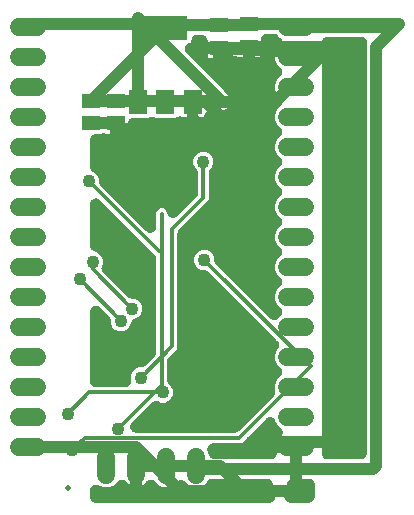
<source format=gbr>
G04 EAGLE Gerber X2 export*
%TF.Part,Single*%
%TF.FileFunction,Copper,L2,Bot,Mixed*%
%TF.FilePolarity,Positive*%
%TF.GenerationSoftware,Autodesk,EAGLE,9.6.2*%
%TF.CreationDate,2022-05-08T12:24:25Z*%
G75*
%MOMM*%
%FSLAX46Y46*%
%LPD*%
%INBottom Copper*%
%AMOC8*
5,1,8,0,0,1.08239X$1,22.5*%
G01*
%ADD10R,1.500000X1.300000*%
%ADD11R,1.500000X2.000000*%
%ADD12R,3.800000X2.000000*%
%ADD13C,1.524000*%
%ADD14C,0.508000*%
%ADD15C,1.016000*%
%ADD16C,1.106400*%
%ADD17C,0.304800*%
%ADD18C,0.300000*%

G36*
X19337359Y6243953D02*
X19337359Y6243953D01*
X19344616Y6243703D01*
X19369159Y6245950D01*
X19393719Y6247494D01*
X19400841Y6248850D01*
X19408069Y6249513D01*
X19432116Y6254809D01*
X19456309Y6259419D01*
X19463216Y6261659D01*
X19470294Y6263219D01*
X19493456Y6271472D01*
X19516916Y6279084D01*
X19523491Y6282175D01*
X19530316Y6284606D01*
X19552294Y6295709D01*
X19574584Y6306184D01*
X19580703Y6310063D01*
X19587188Y6313338D01*
X19607647Y6327138D01*
X19628406Y6340291D01*
X19633991Y6344903D01*
X19640016Y6348966D01*
X19657344Y6364188D01*
X19677538Y6380863D01*
X19683300Y6386984D01*
X19689334Y6392288D01*
X22650831Y9353784D01*
X22658338Y9362297D01*
X22666528Y9370197D01*
X22679413Y9386200D01*
X22692972Y9401575D01*
X22699356Y9410966D01*
X22706491Y9419825D01*
X22717263Y9437300D01*
X22728800Y9454269D01*
X22733969Y9464400D01*
X22739925Y9474066D01*
X22748413Y9492722D01*
X22757750Y9511031D01*
X22761613Y9521738D01*
X22766309Y9532066D01*
X22772394Y9551638D01*
X22779366Y9570969D01*
X22781853Y9582066D01*
X22785225Y9592909D01*
X22788819Y9613131D01*
X22793306Y9633144D01*
X22794384Y9644441D01*
X22796375Y9655644D01*
X22797409Y9676172D01*
X22799356Y9696575D01*
X22799013Y9707916D01*
X22799584Y9719281D01*
X22798044Y9739759D01*
X22797419Y9760263D01*
X22795653Y9771491D01*
X22794800Y9782822D01*
X22790709Y9802928D01*
X22787522Y9823206D01*
X22784363Y9834131D01*
X22782100Y9845259D01*
X22775763Y9863875D01*
X22769825Y9884419D01*
X22764822Y9896025D01*
X22764200Y9897853D01*
X22764200Y10322041D01*
X22925881Y10712375D01*
X23235097Y11021591D01*
X23245316Y11033178D01*
X23256281Y11044103D01*
X23266388Y11057075D01*
X23277238Y11069381D01*
X23285919Y11082150D01*
X23295438Y11094369D01*
X23303844Y11108513D01*
X23313066Y11122075D01*
X23320084Y11135834D01*
X23327994Y11149144D01*
X23334553Y11164203D01*
X23342016Y11178838D01*
X23347269Y11193409D01*
X23353434Y11207563D01*
X23358047Y11223288D01*
X23363631Y11238775D01*
X23367019Y11253884D01*
X23371366Y11268706D01*
X23373978Y11284919D01*
X23377572Y11300950D01*
X23379041Y11316344D01*
X23381500Y11331613D01*
X23382063Y11348031D01*
X23383622Y11364381D01*
X23383153Y11379834D01*
X23383681Y11395294D01*
X23382184Y11411650D01*
X23381684Y11428069D01*
X23379281Y11443353D01*
X23377872Y11458747D01*
X23374338Y11474788D01*
X23371788Y11491013D01*
X23367491Y11505869D01*
X23364166Y11520972D01*
X23358656Y11536438D01*
X23354091Y11552225D01*
X23347966Y11566434D01*
X23342778Y11580994D01*
X23335375Y11595647D01*
X23328869Y11610741D01*
X23321013Y11624072D01*
X23314044Y11637866D01*
X23304859Y11651484D01*
X23296522Y11665634D01*
X23287075Y11677856D01*
X23278419Y11690694D01*
X23267888Y11702681D01*
X23257556Y11716050D01*
X23245625Y11728025D01*
X23235097Y11740013D01*
X22925878Y12049228D01*
X22764200Y12439556D01*
X22764200Y12862041D01*
X22925878Y13252369D01*
X22982697Y13309184D01*
X22992950Y13320813D01*
X23003881Y13331703D01*
X23013966Y13344650D01*
X23024838Y13356978D01*
X23033525Y13369753D01*
X23043041Y13381969D01*
X23051441Y13396100D01*
X23060666Y13409669D01*
X23067694Y13423447D01*
X23075594Y13436741D01*
X23082150Y13451791D01*
X23089616Y13466431D01*
X23094866Y13480988D01*
X23101038Y13495159D01*
X23105659Y13510916D01*
X23111231Y13526369D01*
X23114616Y13541459D01*
X23118969Y13556303D01*
X23121581Y13572519D01*
X23125175Y13588544D01*
X23126644Y13603944D01*
X23129103Y13619209D01*
X23129666Y13635622D01*
X23131225Y13651975D01*
X23130756Y13667431D01*
X23131284Y13682891D01*
X23129788Y13699247D01*
X23129288Y13715663D01*
X23126884Y13730944D01*
X23125475Y13746344D01*
X23121941Y13762388D01*
X23119391Y13778609D01*
X23115097Y13793463D01*
X23111769Y13808569D01*
X23106256Y13824044D01*
X23101694Y13839819D01*
X23095572Y13854022D01*
X23090381Y13868591D01*
X23082978Y13883244D01*
X23076475Y13898334D01*
X23068622Y13911663D01*
X23061650Y13925463D01*
X23052469Y13939075D01*
X23044128Y13953231D01*
X23034663Y13965475D01*
X23026022Y13978291D01*
X23015519Y13990250D01*
X23005163Y14003647D01*
X22993206Y14015650D01*
X22982700Y14027609D01*
X17149597Y19860709D01*
X17144166Y19865497D01*
X17139206Y19870809D01*
X17120247Y19886591D01*
X17101806Y19902850D01*
X17095822Y19906919D01*
X17090231Y19911572D01*
X17069431Y19924863D01*
X17049113Y19938678D01*
X17042659Y19941969D01*
X17036538Y19945881D01*
X17014266Y19956450D01*
X16992350Y19967628D01*
X16985531Y19970088D01*
X16978972Y19973200D01*
X16955572Y19980891D01*
X16932413Y19989244D01*
X16925334Y19990831D01*
X16918441Y19993097D01*
X16894234Y19997803D01*
X16870238Y20003184D01*
X16863028Y20003872D01*
X16855894Y20005259D01*
X16832825Y20006753D01*
X16806806Y20009234D01*
X16798428Y20008978D01*
X16790388Y20009500D01*
X16617688Y20009500D01*
X16304097Y20139394D01*
X16064094Y20379397D01*
X15934200Y20692988D01*
X15934200Y21032409D01*
X16064094Y21346000D01*
X16304097Y21586003D01*
X16617688Y21715897D01*
X16957109Y21715897D01*
X17270700Y21586003D01*
X17510703Y21346000D01*
X17640597Y21032409D01*
X17640597Y20859709D01*
X17641053Y20852475D01*
X17640803Y20845219D01*
X17643050Y20820675D01*
X17644594Y20796116D01*
X17645950Y20788994D01*
X17646613Y20781766D01*
X17651909Y20757719D01*
X17656519Y20733525D01*
X17658759Y20726619D01*
X17660319Y20719541D01*
X17668594Y20696316D01*
X17676184Y20672919D01*
X17679275Y20666344D01*
X17681706Y20659519D01*
X17692809Y20637541D01*
X17703284Y20615250D01*
X17707163Y20609131D01*
X17710438Y20602647D01*
X17724238Y20582188D01*
X17737391Y20561428D01*
X17742003Y20555844D01*
X17746066Y20549819D01*
X17761288Y20532491D01*
X17777963Y20512297D01*
X17784084Y20506534D01*
X17789388Y20500500D01*
X22352488Y15937397D01*
X22364094Y15927163D01*
X22375003Y15916213D01*
X22387947Y15906128D01*
X22400278Y15895256D01*
X22413072Y15886556D01*
X22425269Y15877056D01*
X22439388Y15868666D01*
X22452972Y15859428D01*
X22466753Y15852400D01*
X22480044Y15844500D01*
X22495094Y15837944D01*
X22509734Y15830478D01*
X22524291Y15825228D01*
X22538463Y15819056D01*
X22554209Y15814438D01*
X22569672Y15808863D01*
X22584775Y15805475D01*
X22599603Y15801128D01*
X22615816Y15798516D01*
X22631847Y15794922D01*
X22647247Y15793453D01*
X22662513Y15790994D01*
X22678925Y15790431D01*
X22695278Y15788872D01*
X22710734Y15789341D01*
X22726194Y15788813D01*
X22742550Y15790309D01*
X22758966Y15790809D01*
X22774247Y15793213D01*
X22789644Y15794622D01*
X22805688Y15798156D01*
X22821909Y15800706D01*
X22836759Y15805000D01*
X22851872Y15808328D01*
X22867350Y15813844D01*
X22883122Y15818403D01*
X22897313Y15824519D01*
X22911894Y15829716D01*
X22926581Y15837134D01*
X22941634Y15843625D01*
X22954934Y15851463D01*
X22968766Y15858450D01*
X22982394Y15867641D01*
X22996531Y15875972D01*
X23008772Y15885431D01*
X23021591Y15894078D01*
X23033550Y15904581D01*
X23046947Y15914938D01*
X23058950Y15926894D01*
X23070909Y15937400D01*
X23235100Y16101594D01*
X23245313Y16113175D01*
X23256281Y16124103D01*
X23266400Y16137091D01*
X23277241Y16149388D01*
X23285916Y16162144D01*
X23295438Y16174369D01*
X23303841Y16188506D01*
X23313069Y16202078D01*
X23320088Y16215844D01*
X23327994Y16229144D01*
X23334556Y16244216D01*
X23342016Y16258841D01*
X23347263Y16273391D01*
X23353434Y16287563D01*
X23358056Y16303319D01*
X23363631Y16318781D01*
X23367013Y16333866D01*
X23371366Y16348706D01*
X23373981Y16364944D01*
X23377572Y16380956D01*
X23379038Y16396334D01*
X23381500Y16411613D01*
X23382063Y16428038D01*
X23383622Y16444384D01*
X23383153Y16459838D01*
X23383681Y16475294D01*
X23382184Y16491647D01*
X23381684Y16508075D01*
X23379281Y16523366D01*
X23377872Y16538747D01*
X23374341Y16554772D01*
X23371788Y16571019D01*
X23367491Y16585881D01*
X23364166Y16600972D01*
X23358650Y16616453D01*
X23354088Y16632228D01*
X23347975Y16646409D01*
X23342778Y16660994D01*
X23335363Y16675672D01*
X23328866Y16690744D01*
X23321019Y16704063D01*
X23314044Y16717866D01*
X23304863Y16731481D01*
X23296519Y16745641D01*
X23287069Y16757866D01*
X23278419Y16770694D01*
X23267888Y16782681D01*
X23257553Y16796053D01*
X23245631Y16808019D01*
X23235097Y16820013D01*
X22925878Y17129228D01*
X22764200Y17519556D01*
X22764200Y17942041D01*
X22925881Y18332375D01*
X23235097Y18641591D01*
X23245316Y18653178D01*
X23256281Y18664103D01*
X23266388Y18677075D01*
X23277238Y18689381D01*
X23285919Y18702150D01*
X23295438Y18714369D01*
X23303844Y18728513D01*
X23313066Y18742075D01*
X23320084Y18755834D01*
X23327994Y18769144D01*
X23334553Y18784203D01*
X23342016Y18798838D01*
X23347269Y18813409D01*
X23353434Y18827563D01*
X23358047Y18843288D01*
X23363631Y18858775D01*
X23367019Y18873884D01*
X23371366Y18888706D01*
X23373978Y18904919D01*
X23377572Y18920950D01*
X23379041Y18936344D01*
X23381500Y18951613D01*
X23382063Y18968031D01*
X23383622Y18984381D01*
X23383153Y18999834D01*
X23383681Y19015294D01*
X23382184Y19031650D01*
X23381684Y19048069D01*
X23379281Y19063353D01*
X23377872Y19078747D01*
X23374338Y19094788D01*
X23371788Y19111013D01*
X23367491Y19125869D01*
X23364166Y19140972D01*
X23358656Y19156438D01*
X23354091Y19172225D01*
X23347966Y19186434D01*
X23342778Y19200994D01*
X23335375Y19215647D01*
X23328869Y19230741D01*
X23321013Y19244072D01*
X23314044Y19257866D01*
X23304859Y19271484D01*
X23296522Y19285634D01*
X23287075Y19297856D01*
X23278419Y19310694D01*
X23267888Y19322681D01*
X23257556Y19336050D01*
X23245625Y19348025D01*
X23235097Y19360013D01*
X22925878Y19669228D01*
X22764200Y20059556D01*
X22764200Y20482041D01*
X22925881Y20872375D01*
X23235097Y21181591D01*
X23245316Y21193178D01*
X23256281Y21204103D01*
X23266388Y21217075D01*
X23277238Y21229381D01*
X23285919Y21242150D01*
X23295438Y21254369D01*
X23303844Y21268513D01*
X23313066Y21282075D01*
X23320084Y21295834D01*
X23327994Y21309144D01*
X23334553Y21324203D01*
X23342016Y21338838D01*
X23347269Y21353409D01*
X23353434Y21367563D01*
X23358047Y21383288D01*
X23363631Y21398775D01*
X23367019Y21413884D01*
X23371366Y21428706D01*
X23373978Y21444919D01*
X23377572Y21460950D01*
X23379041Y21476344D01*
X23381500Y21491613D01*
X23382063Y21508031D01*
X23383622Y21524381D01*
X23383153Y21539834D01*
X23383681Y21555294D01*
X23382184Y21571650D01*
X23381684Y21588069D01*
X23379281Y21603353D01*
X23377872Y21618747D01*
X23374338Y21634788D01*
X23371788Y21651013D01*
X23367491Y21665869D01*
X23364166Y21680972D01*
X23358656Y21696438D01*
X23354091Y21712225D01*
X23347966Y21726434D01*
X23342778Y21740994D01*
X23335375Y21755647D01*
X23328869Y21770741D01*
X23321013Y21784072D01*
X23314044Y21797866D01*
X23304859Y21811484D01*
X23296522Y21825634D01*
X23287075Y21837856D01*
X23278419Y21850694D01*
X23267888Y21862681D01*
X23257556Y21876050D01*
X23245625Y21888025D01*
X23235097Y21900013D01*
X22925878Y22209228D01*
X22764200Y22599556D01*
X22764200Y23022041D01*
X22925881Y23412375D01*
X23235097Y23721591D01*
X23245316Y23733178D01*
X23256281Y23744103D01*
X23266388Y23757075D01*
X23277238Y23769381D01*
X23285919Y23782150D01*
X23295438Y23794369D01*
X23303844Y23808513D01*
X23313066Y23822075D01*
X23320084Y23835834D01*
X23327994Y23849144D01*
X23334553Y23864203D01*
X23342016Y23878838D01*
X23347269Y23893409D01*
X23353434Y23907563D01*
X23358047Y23923288D01*
X23363631Y23938775D01*
X23367019Y23953884D01*
X23371366Y23968706D01*
X23373978Y23984919D01*
X23377572Y24000950D01*
X23379041Y24016344D01*
X23381500Y24031613D01*
X23382063Y24048031D01*
X23383622Y24064381D01*
X23383153Y24079834D01*
X23383681Y24095294D01*
X23382184Y24111650D01*
X23381684Y24128069D01*
X23379281Y24143353D01*
X23377872Y24158747D01*
X23374338Y24174788D01*
X23371788Y24191013D01*
X23367491Y24205869D01*
X23364166Y24220972D01*
X23358656Y24236438D01*
X23354091Y24252225D01*
X23347966Y24266434D01*
X23342778Y24280994D01*
X23335375Y24295647D01*
X23328869Y24310741D01*
X23321013Y24324072D01*
X23314044Y24337866D01*
X23304859Y24351484D01*
X23296522Y24365634D01*
X23287075Y24377856D01*
X23278419Y24390694D01*
X23267888Y24402681D01*
X23257556Y24416050D01*
X23245625Y24428025D01*
X23235097Y24440013D01*
X22925878Y24749228D01*
X22764200Y25139556D01*
X22764200Y25562041D01*
X22925881Y25952375D01*
X23235097Y26261591D01*
X23245316Y26273178D01*
X23256281Y26284103D01*
X23266388Y26297075D01*
X23277238Y26309381D01*
X23285919Y26322150D01*
X23295438Y26334369D01*
X23303844Y26348513D01*
X23313066Y26362075D01*
X23320084Y26375834D01*
X23327994Y26389144D01*
X23334553Y26404203D01*
X23342016Y26418838D01*
X23347269Y26433409D01*
X23353434Y26447563D01*
X23358047Y26463288D01*
X23363631Y26478775D01*
X23367019Y26493884D01*
X23371366Y26508706D01*
X23373978Y26524919D01*
X23377572Y26540950D01*
X23379041Y26556344D01*
X23381500Y26571613D01*
X23382063Y26588031D01*
X23383622Y26604381D01*
X23383153Y26619834D01*
X23383681Y26635294D01*
X23382184Y26651650D01*
X23381684Y26668069D01*
X23379281Y26683353D01*
X23377872Y26698747D01*
X23374338Y26714788D01*
X23371788Y26731013D01*
X23367491Y26745869D01*
X23364166Y26760972D01*
X23358656Y26776438D01*
X23354091Y26792225D01*
X23347966Y26806434D01*
X23342778Y26820994D01*
X23335375Y26835647D01*
X23328869Y26850741D01*
X23321013Y26864072D01*
X23314044Y26877866D01*
X23304859Y26891484D01*
X23296522Y26905634D01*
X23287075Y26917856D01*
X23278419Y26930694D01*
X23267888Y26942681D01*
X23257556Y26956050D01*
X23245625Y26968025D01*
X23235097Y26980013D01*
X22925878Y27289228D01*
X22764200Y27679556D01*
X22764200Y28102041D01*
X22925881Y28492375D01*
X23235097Y28801591D01*
X23245316Y28813178D01*
X23256281Y28824103D01*
X23266388Y28837075D01*
X23277238Y28849381D01*
X23285919Y28862150D01*
X23295438Y28874369D01*
X23303844Y28888513D01*
X23313066Y28902075D01*
X23320084Y28915834D01*
X23327994Y28929144D01*
X23334553Y28944203D01*
X23342016Y28958838D01*
X23347269Y28973409D01*
X23353434Y28987563D01*
X23358047Y29003288D01*
X23363631Y29018775D01*
X23367019Y29033884D01*
X23371366Y29048706D01*
X23373978Y29064919D01*
X23377572Y29080950D01*
X23379041Y29096344D01*
X23381500Y29111613D01*
X23382063Y29128031D01*
X23383622Y29144381D01*
X23383153Y29159834D01*
X23383681Y29175294D01*
X23382184Y29191650D01*
X23381684Y29208069D01*
X23379281Y29223353D01*
X23377872Y29238747D01*
X23374338Y29254788D01*
X23371788Y29271013D01*
X23367491Y29285869D01*
X23364166Y29300972D01*
X23358656Y29316438D01*
X23354091Y29332225D01*
X23347966Y29346434D01*
X23342778Y29360994D01*
X23335375Y29375647D01*
X23328869Y29390741D01*
X23321013Y29404072D01*
X23314044Y29417866D01*
X23304859Y29431484D01*
X23296522Y29445634D01*
X23287075Y29457856D01*
X23278419Y29470694D01*
X23267888Y29482681D01*
X23257556Y29496050D01*
X23245625Y29508025D01*
X23235097Y29520013D01*
X22925878Y29829228D01*
X22764200Y30219556D01*
X22764200Y30642041D01*
X22925881Y31032375D01*
X23235097Y31341591D01*
X23245316Y31353178D01*
X23256281Y31364103D01*
X23266388Y31377075D01*
X23277238Y31389381D01*
X23285919Y31402150D01*
X23295438Y31414369D01*
X23303844Y31428513D01*
X23313066Y31442075D01*
X23320084Y31455834D01*
X23327994Y31469144D01*
X23334553Y31484203D01*
X23342016Y31498838D01*
X23347269Y31513409D01*
X23353434Y31527563D01*
X23358047Y31543288D01*
X23363631Y31558775D01*
X23367019Y31573884D01*
X23371366Y31588706D01*
X23373978Y31604919D01*
X23377572Y31620950D01*
X23379041Y31636344D01*
X23381500Y31651613D01*
X23382063Y31668031D01*
X23383622Y31684381D01*
X23383153Y31699834D01*
X23383681Y31715294D01*
X23382184Y31731650D01*
X23381684Y31748069D01*
X23379281Y31763353D01*
X23377872Y31778747D01*
X23374338Y31794788D01*
X23371788Y31811013D01*
X23367491Y31825869D01*
X23364166Y31840972D01*
X23358656Y31856438D01*
X23354091Y31872225D01*
X23347966Y31886434D01*
X23342778Y31900994D01*
X23335375Y31915647D01*
X23328869Y31930741D01*
X23321013Y31944072D01*
X23314044Y31957866D01*
X23304859Y31971484D01*
X23296522Y31985634D01*
X23287075Y31997856D01*
X23278419Y32010694D01*
X23267888Y32022681D01*
X23257556Y32036050D01*
X23245625Y32048025D01*
X23235097Y32060013D01*
X22925878Y32369228D01*
X22764200Y32759556D01*
X22764200Y33182041D01*
X22925881Y33572375D01*
X23235097Y33881591D01*
X23245316Y33893178D01*
X23256281Y33904103D01*
X23266388Y33917075D01*
X23277238Y33929381D01*
X23285919Y33942150D01*
X23295438Y33954369D01*
X23303844Y33968513D01*
X23313066Y33982075D01*
X23320084Y33995834D01*
X23327994Y34009144D01*
X23334553Y34024203D01*
X23342016Y34038838D01*
X23347269Y34053409D01*
X23353434Y34067563D01*
X23358047Y34083288D01*
X23363631Y34098775D01*
X23367019Y34113884D01*
X23371366Y34128706D01*
X23373978Y34144919D01*
X23377572Y34160950D01*
X23379041Y34176344D01*
X23381500Y34191613D01*
X23382063Y34208031D01*
X23383622Y34224381D01*
X23383153Y34239834D01*
X23383681Y34255294D01*
X23382184Y34271650D01*
X23381684Y34288069D01*
X23379281Y34303353D01*
X23377872Y34318747D01*
X23374338Y34334788D01*
X23371788Y34351013D01*
X23367491Y34365869D01*
X23364166Y34380972D01*
X23358656Y34396438D01*
X23354091Y34412225D01*
X23347966Y34426434D01*
X23342778Y34440994D01*
X23335375Y34455647D01*
X23328869Y34470741D01*
X23321013Y34484072D01*
X23314044Y34497866D01*
X23304859Y34511484D01*
X23296522Y34525634D01*
X23287075Y34537856D01*
X23278419Y34550694D01*
X23267888Y34562681D01*
X23257556Y34576050D01*
X23245625Y34588025D01*
X23235097Y34600013D01*
X22925878Y34909228D01*
X22764200Y35299556D01*
X22764200Y35722041D01*
X22925881Y36112375D01*
X23235097Y36421591D01*
X23245316Y36433178D01*
X23256281Y36444103D01*
X23266388Y36457075D01*
X23277238Y36469381D01*
X23285919Y36482150D01*
X23295438Y36494369D01*
X23303844Y36508513D01*
X23313066Y36522075D01*
X23320084Y36535834D01*
X23327994Y36549144D01*
X23334553Y36564203D01*
X23342016Y36578838D01*
X23347269Y36593409D01*
X23353434Y36607563D01*
X23358047Y36623288D01*
X23363631Y36638775D01*
X23367019Y36653884D01*
X23371366Y36668706D01*
X23373978Y36684919D01*
X23377572Y36700950D01*
X23379041Y36716344D01*
X23381500Y36731613D01*
X23382063Y36748031D01*
X23383622Y36764381D01*
X23383153Y36779834D01*
X23383681Y36795294D01*
X23382184Y36811650D01*
X23381684Y36828069D01*
X23379281Y36843353D01*
X23377872Y36858747D01*
X23374338Y36874788D01*
X23371788Y36891013D01*
X23367491Y36905869D01*
X23364166Y36920972D01*
X23358656Y36936438D01*
X23354091Y36952225D01*
X23347966Y36966434D01*
X23342778Y36980994D01*
X23335375Y36995647D01*
X23328869Y37010741D01*
X23321013Y37024072D01*
X23314044Y37037866D01*
X23304859Y37051484D01*
X23296522Y37065634D01*
X23287075Y37077856D01*
X23278419Y37090694D01*
X23267888Y37102681D01*
X23257556Y37116050D01*
X23245625Y37128025D01*
X23235097Y37140013D01*
X22925878Y37449228D01*
X22764200Y37839556D01*
X22764200Y38262041D01*
X22925881Y38652375D01*
X23235097Y38961591D01*
X23245316Y38973178D01*
X23256278Y38984100D01*
X23266381Y38997069D01*
X23277238Y39009381D01*
X23285922Y39022153D01*
X23295438Y39034369D01*
X23303841Y39048509D01*
X23313066Y39062075D01*
X23320091Y39075847D01*
X23327991Y39089141D01*
X23334547Y39104191D01*
X23342016Y39118838D01*
X23347269Y39133400D01*
X23353434Y39147559D01*
X23358050Y39163303D01*
X23363631Y39178775D01*
X23367016Y39193872D01*
X23371366Y39208703D01*
X23373978Y39224928D01*
X23377572Y39240950D01*
X23379041Y39256334D01*
X23381500Y39271609D01*
X23382063Y39288025D01*
X23383622Y39304381D01*
X23383153Y39319834D01*
X23383681Y39335291D01*
X23382184Y39351644D01*
X23381684Y39368069D01*
X23379281Y39383356D01*
X23377872Y39398744D01*
X23374347Y39414744D01*
X23371788Y39431013D01*
X23367491Y39445881D01*
X23364166Y39460969D01*
X23358659Y39476419D01*
X23354091Y39492225D01*
X23347959Y39506450D01*
X23342778Y39520991D01*
X23335378Y39535638D01*
X23328869Y39550741D01*
X23321019Y39564063D01*
X23314047Y39577863D01*
X23304859Y39591484D01*
X23296522Y39605634D01*
X23287066Y39617869D01*
X23278419Y39630691D01*
X23267909Y39642656D01*
X23257556Y39656050D01*
X23245603Y39668050D01*
X23235097Y39680009D01*
X23049197Y39865909D01*
X23043766Y39870697D01*
X23038806Y39876009D01*
X23019847Y39891791D01*
X23001406Y39908050D01*
X22995422Y39912119D01*
X22989831Y39916772D01*
X22969031Y39930063D01*
X22948713Y39943878D01*
X22942259Y39947169D01*
X22936138Y39951081D01*
X22913866Y39961650D01*
X22891950Y39972828D01*
X22885131Y39975288D01*
X22878572Y39978400D01*
X22855172Y39986091D01*
X22832013Y39994444D01*
X22824934Y39996031D01*
X22818041Y39998297D01*
X22793834Y40003003D01*
X22769838Y40008384D01*
X22762628Y40009072D01*
X22755494Y40010459D01*
X22732425Y40011953D01*
X22706406Y40014434D01*
X22698028Y40014178D01*
X22689988Y40014700D01*
X22069397Y40014700D01*
X22053959Y40013731D01*
X22038500Y40013759D01*
X22022191Y40011734D01*
X22005803Y40010703D01*
X21990622Y40007809D01*
X21975269Y40005903D01*
X21959341Y40001850D01*
X21943213Y39998778D01*
X21928513Y39994009D01*
X21913519Y39990194D01*
X21898225Y39984181D01*
X21882606Y39979113D01*
X21868625Y39972544D01*
X21854219Y39966878D01*
X21839791Y39958994D01*
X21824938Y39952013D01*
X21811875Y39943734D01*
X21798306Y39936319D01*
X21784981Y39926694D01*
X21771116Y39917906D01*
X21759216Y39908078D01*
X21746656Y39899006D01*
X21734641Y39887788D01*
X21721984Y39877334D01*
X21711384Y39866069D01*
X21700088Y39855519D01*
X21689575Y39842891D01*
X21678322Y39830928D01*
X21669228Y39818444D01*
X21659325Y39806544D01*
X21650472Y39792691D01*
X21640809Y39779422D01*
X21633344Y39765881D01*
X21625016Y39752850D01*
X21617972Y39738009D01*
X21610041Y39723625D01*
X21604331Y39709263D01*
X21597697Y39695284D01*
X21592563Y39679663D01*
X21586500Y39664416D01*
X21582638Y39649469D01*
X21577800Y39634753D01*
X21574659Y39618597D01*
X21570556Y39602725D01*
X21568594Y39587416D01*
X21565638Y39572206D01*
X21564606Y39556284D01*
X21562459Y39539522D01*
X21562428Y39522613D01*
X21561397Y39506700D01*
X21561397Y39430713D01*
X20557431Y39430713D01*
X20541994Y39429744D01*
X20526534Y39429772D01*
X20510225Y39427747D01*
X20493838Y39426716D01*
X20478656Y39423822D01*
X20463303Y39421916D01*
X20447375Y39417863D01*
X20431247Y39414791D01*
X20416547Y39410022D01*
X20401553Y39406206D01*
X20386259Y39400194D01*
X20370641Y39395125D01*
X20356659Y39388556D01*
X20342253Y39382891D01*
X20327825Y39375006D01*
X20312972Y39368025D01*
X20299909Y39359747D01*
X20286341Y39352331D01*
X20273016Y39342706D01*
X20259150Y39333919D01*
X20247250Y39324091D01*
X20234691Y39315019D01*
X20222675Y39303800D01*
X20210019Y39293347D01*
X20209994Y39293322D01*
X20209969Y39293300D01*
X20199369Y39282034D01*
X20188122Y39271531D01*
X20188072Y39271484D01*
X20177559Y39258856D01*
X20166306Y39246894D01*
X20157213Y39234409D01*
X20147309Y39222509D01*
X20138456Y39208656D01*
X20128794Y39195388D01*
X20121328Y39181847D01*
X20113000Y39168816D01*
X20105956Y39153975D01*
X20098025Y39139591D01*
X20092316Y39125228D01*
X20085681Y39111250D01*
X20080547Y39095628D01*
X20074484Y39080381D01*
X20070622Y39065434D01*
X20065784Y39050719D01*
X20062644Y39034563D01*
X20058541Y39018691D01*
X20056578Y39003381D01*
X20053622Y38988172D01*
X20052591Y38972250D01*
X20050444Y38955488D01*
X20050413Y38938578D01*
X20049381Y38922666D01*
X20049381Y38018700D01*
X19782381Y38018700D01*
X19733316Y38028459D01*
X19687078Y38047613D01*
X19640744Y38078572D01*
X19615500Y38093238D01*
X19590159Y38108300D01*
X19587819Y38109319D01*
X19585647Y38110581D01*
X19558772Y38121969D01*
X19531741Y38133741D01*
X19529303Y38134456D01*
X19526978Y38135441D01*
X19498803Y38143397D01*
X19470597Y38151669D01*
X19468094Y38152072D01*
X19465659Y38152759D01*
X19436744Y38157122D01*
X19407688Y38161803D01*
X19405144Y38161891D01*
X19402656Y38162266D01*
X19373525Y38162972D01*
X19344006Y38163981D01*
X19341466Y38163750D01*
X19338956Y38163809D01*
X19309853Y38160853D01*
X19280556Y38158169D01*
X19278091Y38157625D01*
X19275563Y38157369D01*
X19246934Y38150763D01*
X19218328Y38144463D01*
X19215944Y38143613D01*
X19213478Y38143044D01*
X19185803Y38132872D01*
X19158309Y38123072D01*
X19156075Y38121941D01*
X19153672Y38121059D01*
X19127419Y38107463D01*
X19101438Y38094338D01*
X19099347Y38092928D01*
X19097091Y38091759D01*
X19072922Y38075106D01*
X19048609Y38058709D01*
X19046731Y38057059D01*
X19044622Y38055606D01*
X19016803Y38030772D01*
X18999291Y38015388D01*
X18979303Y37995397D01*
X18937716Y37967609D01*
X18891481Y37948459D01*
X18842419Y37938700D01*
X18575413Y37938700D01*
X18575413Y38842666D01*
X18574444Y38858103D01*
X18574472Y38873563D01*
X18572447Y38889859D01*
X18571416Y38906259D01*
X18568522Y38921441D01*
X18566616Y38936794D01*
X18562563Y38952722D01*
X18559491Y38968850D01*
X18554722Y38983550D01*
X18550906Y38998544D01*
X18544894Y39013838D01*
X18539825Y39029456D01*
X18533256Y39043438D01*
X18527591Y39057844D01*
X18519706Y39072272D01*
X18512725Y39087125D01*
X18504447Y39100188D01*
X18497031Y39113756D01*
X18487406Y39127081D01*
X18478619Y39140947D01*
X18468791Y39152847D01*
X18459719Y39165406D01*
X18448500Y39177422D01*
X18438047Y39190078D01*
X18438009Y39190113D01*
X18438000Y39190125D01*
X18426759Y39200703D01*
X18416231Y39211975D01*
X18416184Y39212022D01*
X18403569Y39222522D01*
X18391594Y39233788D01*
X18379109Y39242881D01*
X18367209Y39252784D01*
X18353356Y39261638D01*
X18340088Y39271300D01*
X18326547Y39278766D01*
X18313516Y39287094D01*
X18298675Y39294138D01*
X18284291Y39302069D01*
X18269928Y39307778D01*
X18255950Y39314413D01*
X18240328Y39319547D01*
X18225081Y39325609D01*
X18210134Y39329472D01*
X18195419Y39334309D01*
X18179263Y39337450D01*
X18163391Y39341553D01*
X18148081Y39343516D01*
X18132872Y39346472D01*
X18116950Y39347503D01*
X18100188Y39349650D01*
X18083278Y39349681D01*
X18067366Y39350713D01*
X17063400Y39350713D01*
X17063400Y39426700D01*
X17062431Y39442138D01*
X17062459Y39457597D01*
X17060434Y39473906D01*
X17059403Y39490294D01*
X17056509Y39505475D01*
X17054603Y39520828D01*
X17050550Y39536756D01*
X17047478Y39552884D01*
X17042709Y39567584D01*
X17038894Y39582578D01*
X17032881Y39597872D01*
X17027813Y39613491D01*
X17021244Y39627472D01*
X17015578Y39641878D01*
X17007694Y39656306D01*
X17000713Y39671159D01*
X16992434Y39684222D01*
X16985019Y39697791D01*
X16975394Y39711116D01*
X16966606Y39724981D01*
X16956778Y39736881D01*
X16947706Y39749441D01*
X16936488Y39761456D01*
X16926034Y39774113D01*
X16914769Y39784713D01*
X16904219Y39796009D01*
X16891591Y39806522D01*
X16879628Y39817775D01*
X16867144Y39826869D01*
X16855244Y39836772D01*
X16841391Y39845625D01*
X16828122Y39855288D01*
X16814581Y39862753D01*
X16801550Y39871081D01*
X16786709Y39878125D01*
X16772325Y39886056D01*
X16757963Y39891766D01*
X16743984Y39898400D01*
X16728363Y39903534D01*
X16713116Y39909597D01*
X16698169Y39913459D01*
X16683453Y39918297D01*
X16667297Y39921438D01*
X16651425Y39925541D01*
X16636116Y39927503D01*
X16620906Y39930459D01*
X16604984Y39931491D01*
X16588222Y39933638D01*
X16571313Y39933669D01*
X16555400Y39934700D01*
X16205397Y39934700D01*
X16189959Y39933731D01*
X16174500Y39933759D01*
X16158191Y39931734D01*
X16141803Y39930703D01*
X16126622Y39927809D01*
X16111269Y39925903D01*
X16095341Y39921850D01*
X16079213Y39918778D01*
X16064513Y39914009D01*
X16049519Y39910194D01*
X16034225Y39904181D01*
X16018606Y39899113D01*
X16004625Y39892544D01*
X15990219Y39886878D01*
X15975791Y39878994D01*
X15960938Y39872013D01*
X15947875Y39863734D01*
X15934306Y39856319D01*
X15920981Y39846694D01*
X15907116Y39837906D01*
X15895216Y39828078D01*
X15882656Y39819006D01*
X15870641Y39807788D01*
X15857984Y39797334D01*
X15847384Y39786069D01*
X15836088Y39775519D01*
X15825575Y39762891D01*
X15814322Y39750928D01*
X15805228Y39738444D01*
X15795325Y39726544D01*
X15786472Y39712691D01*
X15776809Y39699422D01*
X15769344Y39685881D01*
X15761016Y39672850D01*
X15753972Y39658009D01*
X15746041Y39643625D01*
X15740331Y39629263D01*
X15733697Y39615284D01*
X15728563Y39599663D01*
X15722500Y39584416D01*
X15718638Y39569469D01*
X15713800Y39554753D01*
X15710659Y39538597D01*
X15706556Y39522725D01*
X15704594Y39507416D01*
X15701638Y39492206D01*
X15700606Y39476284D01*
X15698459Y39459522D01*
X15698431Y39445525D01*
X15651725Y39332759D01*
X15567338Y39248372D01*
X15460153Y39203975D01*
X15442606Y39195381D01*
X15424613Y39187625D01*
X15413984Y39181363D01*
X15402928Y39175947D01*
X15386581Y39165216D01*
X15369719Y39155278D01*
X15359969Y39147744D01*
X15349666Y39140978D01*
X15334772Y39128269D01*
X15319303Y39116313D01*
X15310584Y39107625D01*
X15301197Y39099616D01*
X15288006Y39085134D01*
X15274159Y39071341D01*
X15266591Y39061625D01*
X15258288Y39052509D01*
X15247031Y39036516D01*
X15235003Y39021075D01*
X15228697Y39010466D01*
X15221616Y39000403D01*
X15212456Y38983141D01*
X15202450Y38966303D01*
X15197525Y38954994D01*
X15191753Y38944116D01*
X15184819Y38925822D01*
X15177006Y38907884D01*
X15173541Y38896072D01*
X15169169Y38884534D01*
X15164578Y38865503D01*
X15159075Y38846741D01*
X15157116Y38834569D01*
X15154225Y38822594D01*
X15152053Y38803153D01*
X15148941Y38783834D01*
X15148519Y38771522D01*
X15147150Y38759269D01*
X15147428Y38739709D01*
X15146759Y38720153D01*
X15147884Y38707875D01*
X15148059Y38695559D01*
X15150784Y38676197D01*
X15152569Y38656700D01*
X15155222Y38644653D01*
X15156938Y38632463D01*
X15162066Y38613588D01*
X15166275Y38594472D01*
X15170406Y38582878D01*
X15173641Y38570972D01*
X15181106Y38552850D01*
X15187663Y38534453D01*
X15193213Y38523469D01*
X15197913Y38512059D01*
X15207572Y38495044D01*
X15216394Y38477581D01*
X15223288Y38467359D01*
X15229369Y38456647D01*
X15241081Y38440975D01*
X15252022Y38424753D01*
X15259956Y38415719D01*
X15267516Y38405606D01*
X15282359Y38390216D01*
X15295344Y38375434D01*
X18457644Y35213138D01*
X18880384Y34790397D01*
X19003397Y34493419D01*
X19003397Y34171978D01*
X18880384Y33875000D01*
X18653097Y33647713D01*
X18356119Y33524700D01*
X17287325Y33524700D01*
X17258006Y33522856D01*
X17228741Y33521309D01*
X17226259Y33520863D01*
X17223731Y33520703D01*
X17194834Y33515197D01*
X17166034Y33510006D01*
X17163631Y33509253D01*
X17161141Y33508778D01*
X17133188Y33499706D01*
X17105234Y33490944D01*
X17102938Y33489894D01*
X17100534Y33489113D01*
X17073991Y33476641D01*
X17047300Y33464419D01*
X17045150Y33463084D01*
X17042866Y33462013D01*
X17018197Y33446381D01*
X16993141Y33430850D01*
X16991163Y33429247D01*
X16989044Y33427906D01*
X16966447Y33409247D01*
X16943613Y33390766D01*
X16941872Y33388953D01*
X16939913Y33387334D01*
X16919806Y33365966D01*
X16899488Y33344797D01*
X16897972Y33342756D01*
X16896250Y33340928D01*
X16879006Y33317253D01*
X16861469Y33293666D01*
X16860231Y33291472D01*
X16858738Y33289422D01*
X16844503Y33263609D01*
X16830147Y33238175D01*
X16829197Y33235850D01*
X16827969Y33233625D01*
X16817088Y33206253D01*
X16806019Y33179203D01*
X16805378Y33176806D01*
X16804428Y33174416D01*
X16795066Y33138188D01*
X16794091Y33134541D01*
X16772488Y33082381D01*
X16744688Y33040778D01*
X16709319Y33005409D01*
X16667716Y32977609D01*
X16621481Y32958459D01*
X16572419Y32948700D01*
X16305413Y32948700D01*
X16305413Y33016700D01*
X16304444Y33032138D01*
X16304472Y33047597D01*
X16302447Y33063906D01*
X16301416Y33080294D01*
X16298522Y33095475D01*
X16296616Y33110828D01*
X16292563Y33126756D01*
X16289491Y33142884D01*
X16284722Y33157584D01*
X16280906Y33172578D01*
X16274894Y33187872D01*
X16269825Y33203491D01*
X16263256Y33217472D01*
X16257591Y33231878D01*
X16249706Y33246306D01*
X16242725Y33261159D01*
X16234447Y33274222D01*
X16227031Y33287791D01*
X16217406Y33301116D01*
X16208619Y33314981D01*
X16198791Y33326881D01*
X16189719Y33339441D01*
X16178500Y33351456D01*
X16168047Y33364113D01*
X16156781Y33374713D01*
X16146231Y33386009D01*
X16133603Y33396522D01*
X16121641Y33407775D01*
X16109156Y33416869D01*
X16097256Y33426772D01*
X16083403Y33435625D01*
X16070134Y33445288D01*
X16056594Y33452753D01*
X16043563Y33461081D01*
X16028722Y33468125D01*
X16014338Y33476056D01*
X15999975Y33481766D01*
X15985997Y33488400D01*
X15970375Y33493534D01*
X15955128Y33499597D01*
X15940181Y33503459D01*
X15925466Y33508297D01*
X15909309Y33511438D01*
X15893438Y33515541D01*
X15878128Y33517503D01*
X15862919Y33520459D01*
X15846997Y33521491D01*
X15830234Y33523638D01*
X15813325Y33523669D01*
X15797413Y33524700D01*
X15797381Y33524700D01*
X15781947Y33523731D01*
X15766516Y33523759D01*
X15766484Y33523759D01*
X15750175Y33521734D01*
X15733788Y33520703D01*
X15718606Y33517809D01*
X15703253Y33515903D01*
X15687325Y33511850D01*
X15671197Y33508778D01*
X15656497Y33504009D01*
X15641503Y33500194D01*
X15626209Y33494181D01*
X15610591Y33489113D01*
X15596609Y33482544D01*
X15582203Y33476878D01*
X15567775Y33468994D01*
X15552922Y33462013D01*
X15539859Y33453734D01*
X15526291Y33446319D01*
X15512966Y33436694D01*
X15499100Y33427906D01*
X15487200Y33418078D01*
X15474641Y33409006D01*
X15462625Y33397788D01*
X15449969Y33387334D01*
X15439369Y33376069D01*
X15428072Y33365519D01*
X15417559Y33352891D01*
X15406306Y33340928D01*
X15397213Y33328444D01*
X15387309Y33316544D01*
X15378456Y33302691D01*
X15368794Y33289422D01*
X15361328Y33275881D01*
X15353000Y33262850D01*
X15345956Y33248009D01*
X15338025Y33233625D01*
X15332316Y33219263D01*
X15325681Y33205284D01*
X15320547Y33189663D01*
X15314484Y33174416D01*
X15310622Y33159469D01*
X15305784Y33144753D01*
X15302644Y33128597D01*
X15298541Y33112725D01*
X15296578Y33097416D01*
X15293622Y33082206D01*
X15292591Y33066284D01*
X15290444Y33049522D01*
X15290413Y33032613D01*
X15289381Y33016700D01*
X15289381Y32948700D01*
X15022378Y32948700D01*
X14973316Y32958459D01*
X14900906Y32988453D01*
X14889900Y32992222D01*
X14879216Y32996863D01*
X14859756Y33002547D01*
X14840625Y33009097D01*
X14829241Y33011456D01*
X14818050Y33014725D01*
X14798041Y33017925D01*
X14778234Y33022031D01*
X14766625Y33022950D01*
X14755134Y33024788D01*
X14734916Y33025459D01*
X14714716Y33027056D01*
X14703088Y33026513D01*
X14691450Y33026900D01*
X14671281Y33025031D01*
X14651066Y33024088D01*
X14639591Y33022094D01*
X14628003Y33021019D01*
X14608253Y33016647D01*
X14588288Y33013175D01*
X14577144Y33009756D01*
X14565794Y33007244D01*
X14546747Y33000434D01*
X14527372Y32994491D01*
X14516756Y32989709D01*
X14505794Y32985791D01*
X14497375Y32981525D01*
X14307075Y32902700D01*
X12687728Y32902700D01*
X12541806Y32963144D01*
X12534922Y32965500D01*
X12528338Y32968497D01*
X12504888Y32975788D01*
X12481525Y32983788D01*
X12474400Y32985266D01*
X12467491Y32987413D01*
X12443259Y32991719D01*
X12419134Y32996722D01*
X12411916Y32997294D01*
X12404756Y32998566D01*
X12380122Y32999809D01*
X12355613Y33001747D01*
X12348372Y33001409D01*
X12341119Y33001775D01*
X12316547Y32999925D01*
X12291966Y32998778D01*
X12284816Y32997534D01*
X12277581Y32996991D01*
X12253428Y32992078D01*
X12229188Y32987866D01*
X12222266Y32985744D01*
X12215141Y32984294D01*
X12193225Y32976834D01*
X12168272Y32969181D01*
X12160644Y32965747D01*
X12152997Y32963144D01*
X12007072Y32902700D01*
X10799394Y32902700D01*
X10783956Y32901731D01*
X10768497Y32901759D01*
X10752188Y32899734D01*
X10735800Y32898703D01*
X10720622Y32895813D01*
X10705263Y32893903D01*
X10689325Y32889847D01*
X10673209Y32886778D01*
X10658519Y32882013D01*
X10643513Y32878194D01*
X10628216Y32872178D01*
X10612603Y32867113D01*
X10598606Y32860534D01*
X10584213Y32854875D01*
X10569797Y32846997D01*
X10554934Y32840013D01*
X10541881Y32831741D01*
X10528300Y32824319D01*
X10514969Y32814688D01*
X10501113Y32805906D01*
X10489194Y32796063D01*
X10476653Y32787003D01*
X10464659Y32775803D01*
X10451981Y32765334D01*
X10441372Y32754059D01*
X10430081Y32743516D01*
X10419575Y32730891D01*
X10408319Y32718928D01*
X10399213Y32706425D01*
X10389322Y32694541D01*
X10380478Y32680700D01*
X10370806Y32667422D01*
X10363328Y32653859D01*
X10355013Y32640847D01*
X10347978Y32626022D01*
X10340038Y32611625D01*
X10334325Y32597256D01*
X10327694Y32583284D01*
X10322559Y32567666D01*
X10316497Y32552416D01*
X10312631Y32537456D01*
X10307797Y32522750D01*
X10304659Y32506606D01*
X10300553Y32490725D01*
X10298591Y32475406D01*
X10295634Y32460203D01*
X10294603Y32444288D01*
X10292456Y32427522D01*
X10292425Y32410609D01*
X10291394Y32394697D01*
X10291397Y31757678D01*
X10281638Y31708616D01*
X10262488Y31662381D01*
X10234688Y31620778D01*
X10199319Y31585409D01*
X10157716Y31557609D01*
X10111481Y31538459D01*
X10062419Y31528700D01*
X9795413Y31528700D01*
X9795413Y32432666D01*
X9794444Y32448103D01*
X9794472Y32463563D01*
X9792447Y32479872D01*
X9791416Y32496259D01*
X9788522Y32511441D01*
X9786616Y32526794D01*
X9782563Y32542722D01*
X9779491Y32558850D01*
X9774722Y32573550D01*
X9770906Y32588544D01*
X9764894Y32603838D01*
X9759825Y32619456D01*
X9753256Y32633438D01*
X9747591Y32647844D01*
X9739706Y32662272D01*
X9732725Y32677125D01*
X9724447Y32690188D01*
X9717031Y32703756D01*
X9707406Y32717081D01*
X9698619Y32730947D01*
X9688791Y32742847D01*
X9679719Y32755406D01*
X9668500Y32767422D01*
X9658047Y32780078D01*
X9658009Y32780113D01*
X9658000Y32780125D01*
X9646759Y32790703D01*
X9636231Y32801975D01*
X9636184Y32802022D01*
X9623556Y32812534D01*
X9611594Y32823788D01*
X9599109Y32832881D01*
X9587209Y32842784D01*
X9573356Y32851638D01*
X9560088Y32861300D01*
X9546547Y32868766D01*
X9533516Y32877094D01*
X9518675Y32884138D01*
X9504291Y32892069D01*
X9489928Y32897778D01*
X9475950Y32904413D01*
X9460328Y32909547D01*
X9445081Y32915609D01*
X9430134Y32919472D01*
X9415419Y32924309D01*
X9399263Y32927450D01*
X9383391Y32931553D01*
X9368081Y32933516D01*
X9352872Y32936472D01*
X9336950Y32937503D01*
X9320188Y32939650D01*
X9303278Y32939681D01*
X9287366Y32940713D01*
X7620000Y32940713D01*
X7604563Y32939744D01*
X7589103Y32939772D01*
X7572794Y32937747D01*
X7556406Y32936716D01*
X7541225Y32933822D01*
X7525872Y32931916D01*
X7509944Y32927863D01*
X7493816Y32924791D01*
X7479116Y32920022D01*
X7464122Y32916206D01*
X7448828Y32910194D01*
X7433209Y32905125D01*
X7419228Y32898556D01*
X7404822Y32892891D01*
X7390394Y32885006D01*
X7375541Y32878025D01*
X7362478Y32869747D01*
X7348909Y32862331D01*
X7335584Y32852706D01*
X7321719Y32843919D01*
X7309819Y32834091D01*
X7297259Y32825019D01*
X7285244Y32813800D01*
X7272588Y32803347D01*
X7261988Y32792081D01*
X7250691Y32781531D01*
X7240178Y32768903D01*
X7228925Y32756941D01*
X7219831Y32744456D01*
X7209928Y32732556D01*
X7201075Y32718703D01*
X7191413Y32705434D01*
X7183947Y32691894D01*
X7175619Y32678863D01*
X7168575Y32664022D01*
X7160644Y32649638D01*
X7154934Y32635275D01*
X7148300Y32621297D01*
X7143166Y32605675D01*
X7137103Y32590428D01*
X7133241Y32575481D01*
X7128403Y32560766D01*
X7125263Y32544609D01*
X7121159Y32528738D01*
X7119197Y32513428D01*
X7116241Y32498219D01*
X7115209Y32482297D01*
X7113063Y32465534D01*
X7113031Y32448625D01*
X7112000Y32432713D01*
X7112000Y32432681D01*
X7112969Y32417247D01*
X7112941Y32401816D01*
X7112941Y32401784D01*
X7114966Y32385475D01*
X7115997Y32369088D01*
X7118891Y32353906D01*
X7120797Y32338553D01*
X7124850Y32322625D01*
X7127922Y32306497D01*
X7132691Y32291797D01*
X7136506Y32276803D01*
X7142519Y32261509D01*
X7147588Y32245891D01*
X7154156Y32231909D01*
X7159822Y32217503D01*
X7167706Y32203075D01*
X7174688Y32188222D01*
X7182966Y32175159D01*
X7190381Y32161591D01*
X7200006Y32148266D01*
X7208794Y32134400D01*
X7218622Y32122500D01*
X7227694Y32109941D01*
X7238913Y32097925D01*
X7249366Y32085269D01*
X7260631Y32074669D01*
X7271181Y32063372D01*
X7283809Y32052859D01*
X7295772Y32041606D01*
X7308256Y32032513D01*
X7320156Y32022609D01*
X7334009Y32013756D01*
X7347278Y32004094D01*
X7360819Y31996628D01*
X7373850Y31988300D01*
X7388691Y31981256D01*
X7403075Y31973325D01*
X7417438Y31967616D01*
X7431416Y31960981D01*
X7447038Y31955847D01*
X7462284Y31949784D01*
X7477231Y31945922D01*
X7491947Y31941084D01*
X7508103Y31937944D01*
X7523975Y31933841D01*
X7539284Y31931878D01*
X7554494Y31928922D01*
X7570416Y31927891D01*
X7587178Y31925744D01*
X7604088Y31925713D01*
X7620000Y31924681D01*
X8779381Y31924681D01*
X8779381Y31528700D01*
X8512381Y31528700D01*
X8463313Y31538459D01*
X8426809Y31553581D01*
X8419938Y31555934D01*
X8413316Y31558947D01*
X8389822Y31566250D01*
X8366531Y31574228D01*
X8359409Y31575706D01*
X8352469Y31577863D01*
X8328253Y31582166D01*
X8304138Y31587166D01*
X8296878Y31587741D01*
X8289734Y31589009D01*
X8265175Y31590247D01*
X8240619Y31592191D01*
X8233359Y31591853D01*
X8226097Y31592219D01*
X8201547Y31590369D01*
X8176969Y31589225D01*
X8169809Y31587981D01*
X8162559Y31587434D01*
X8138438Y31582528D01*
X8114194Y31578313D01*
X8107244Y31576181D01*
X8100119Y31574731D01*
X8078253Y31567291D01*
X8053275Y31559628D01*
X8045631Y31556184D01*
X8037978Y31553581D01*
X8001469Y31538456D01*
X7952419Y31528700D01*
X7620000Y31528700D01*
X7604563Y31527731D01*
X7589103Y31527759D01*
X7572794Y31525734D01*
X7556406Y31524703D01*
X7541225Y31521809D01*
X7525872Y31519903D01*
X7509944Y31515850D01*
X7493816Y31512778D01*
X7479116Y31508009D01*
X7464122Y31504194D01*
X7448828Y31498181D01*
X7433209Y31493113D01*
X7419228Y31486544D01*
X7404822Y31480878D01*
X7390394Y31472994D01*
X7375541Y31466013D01*
X7362478Y31457734D01*
X7348909Y31450319D01*
X7335584Y31440694D01*
X7321719Y31431906D01*
X7309819Y31422078D01*
X7297259Y31413006D01*
X7285244Y31401788D01*
X7272588Y31391334D01*
X7261988Y31380069D01*
X7250691Y31369519D01*
X7240178Y31356891D01*
X7228925Y31344928D01*
X7219831Y31332444D01*
X7209928Y31320544D01*
X7201075Y31306691D01*
X7191413Y31293422D01*
X7183947Y31279881D01*
X7175619Y31266850D01*
X7168575Y31252009D01*
X7160644Y31237625D01*
X7154934Y31223263D01*
X7148300Y31209284D01*
X7143166Y31193663D01*
X7137103Y31178416D01*
X7133241Y31163469D01*
X7128403Y31148753D01*
X7125263Y31132597D01*
X7121159Y31116725D01*
X7119197Y31101416D01*
X7116241Y31086206D01*
X7115209Y31070284D01*
X7113063Y31053522D01*
X7113031Y31036613D01*
X7112000Y31020700D01*
X7112000Y28749697D01*
X7112713Y28738369D01*
X7112506Y28727003D01*
X7114709Y28706569D01*
X7115997Y28686103D01*
X7118122Y28674953D01*
X7119341Y28663650D01*
X7124081Y28643663D01*
X7127922Y28623513D01*
X7131425Y28612716D01*
X7134050Y28601653D01*
X7141250Y28582438D01*
X7147588Y28562906D01*
X7152425Y28552609D01*
X7156406Y28541988D01*
X7165972Y28523788D01*
X7174688Y28505238D01*
X7180769Y28495644D01*
X7186053Y28485588D01*
X7197822Y28468728D01*
X7208794Y28451416D01*
X7216013Y28442675D01*
X7222528Y28433341D01*
X7236303Y28418103D01*
X7249366Y28402284D01*
X7257644Y28394494D01*
X7265256Y28386075D01*
X7280819Y28372691D01*
X7295772Y28358622D01*
X7304950Y28351938D01*
X7313569Y28344525D01*
X7330694Y28333188D01*
X7347278Y28321109D01*
X7357219Y28315628D01*
X7366697Y28309353D01*
X7384369Y28300656D01*
X7403075Y28290341D01*
X7414803Y28285678D01*
X7425597Y28280366D01*
X7510072Y28245375D01*
X7750075Y28005372D01*
X7879969Y27691781D01*
X7879969Y27515688D01*
X7880425Y27508453D01*
X7880175Y27501197D01*
X7882422Y27476653D01*
X7883966Y27452094D01*
X7885322Y27444972D01*
X7885984Y27437744D01*
X7891281Y27413697D01*
X7895891Y27389503D01*
X7898131Y27382597D01*
X7899691Y27375519D01*
X7907944Y27352356D01*
X7915556Y27328897D01*
X7918647Y27322322D01*
X7921078Y27315497D01*
X7932181Y27293519D01*
X7942656Y27271228D01*
X7946534Y27265109D01*
X7949809Y27258625D01*
X7963609Y27238166D01*
X7976763Y27217406D01*
X7981375Y27211822D01*
X7985438Y27205797D01*
X8000659Y27188469D01*
X8017334Y27168275D01*
X8023456Y27162513D01*
X8028759Y27156478D01*
X11873563Y23311672D01*
X11891284Y23296044D01*
X11908544Y23279806D01*
X11915191Y23274966D01*
X11921353Y23269531D01*
X11940903Y23256238D01*
X11960050Y23242294D01*
X11967259Y23238319D01*
X11974047Y23233703D01*
X11995103Y23222966D01*
X12015847Y23211525D01*
X12023491Y23208488D01*
X12030809Y23204753D01*
X12053084Y23196719D01*
X12075056Y23187984D01*
X12083000Y23185931D01*
X12090747Y23183138D01*
X12113875Y23177953D01*
X12136747Y23172041D01*
X12144894Y23170997D01*
X12152922Y23169197D01*
X12176497Y23166947D01*
X12199950Y23163944D01*
X12208163Y23163928D01*
X12216353Y23163147D01*
X12240028Y23163866D01*
X12263669Y23163822D01*
X12271816Y23164834D01*
X12280041Y23165084D01*
X12303431Y23168763D01*
X12326900Y23171678D01*
X12334866Y23173706D01*
X12342984Y23174981D01*
X12365716Y23181553D01*
X12388650Y23187388D01*
X12396297Y23190394D01*
X12404197Y23192678D01*
X12425906Y23202034D01*
X12447950Y23210703D01*
X12455178Y23214653D01*
X12462709Y23217900D01*
X12483097Y23229913D01*
X12503863Y23241263D01*
X12510516Y23246069D01*
X12517606Y23250247D01*
X12536313Y23264706D01*
X12555513Y23278575D01*
X12561534Y23284197D01*
X12568022Y23289213D01*
X12584766Y23305894D01*
X12602081Y23322063D01*
X12607341Y23328381D01*
X12613163Y23334181D01*
X12627697Y23352838D01*
X12642844Y23371038D01*
X12647272Y23377966D01*
X12652322Y23384450D01*
X12664406Y23404784D01*
X12677153Y23424731D01*
X12680681Y23432166D01*
X12684875Y23439222D01*
X12694306Y23460878D01*
X12704472Y23482297D01*
X12707044Y23490122D01*
X12710319Y23497641D01*
X12716966Y23520306D01*
X12724369Y23542828D01*
X12725941Y23550906D01*
X12728250Y23558784D01*
X12732009Y23582125D01*
X12736531Y23605375D01*
X12737053Y23613422D01*
X12738384Y23621691D01*
X12739125Y23643313D01*
X12739709Y23647875D01*
X12739722Y23654669D01*
X12740772Y23670881D01*
X12740772Y24885581D01*
X12809281Y25050978D01*
X12935863Y25177559D01*
X13101259Y25246069D01*
X13280281Y25246069D01*
X13445678Y25177559D01*
X13572259Y25050978D01*
X13644591Y24876350D01*
X13644766Y24873588D01*
X13649188Y24850375D01*
X13652869Y24826966D01*
X13655153Y24819059D01*
X13656691Y24810997D01*
X13663984Y24788516D01*
X13670566Y24765756D01*
X13673822Y24758203D01*
X13676356Y24750391D01*
X13686413Y24728991D01*
X13695788Y24707241D01*
X13699966Y24700150D01*
X13703456Y24692722D01*
X13716088Y24672791D01*
X13728134Y24652344D01*
X13733181Y24645816D01*
X13737563Y24638900D01*
X13752609Y24620678D01*
X13767100Y24601931D01*
X13772891Y24596116D01*
X13778134Y24589769D01*
X13795388Y24573538D01*
X13812072Y24556788D01*
X13818559Y24551734D01*
X13824541Y24546106D01*
X13843647Y24532191D01*
X13862338Y24517631D01*
X13869409Y24513428D01*
X13876047Y24508594D01*
X13896763Y24497169D01*
X13917113Y24485075D01*
X13924647Y24481794D01*
X13931844Y24477825D01*
X13953844Y24469078D01*
X13975528Y24459634D01*
X13983413Y24457322D01*
X13991053Y24454284D01*
X14013947Y24448369D01*
X14036672Y24441703D01*
X14044800Y24440394D01*
X14052744Y24438341D01*
X14076181Y24435338D01*
X14099578Y24431569D01*
X14107803Y24431288D01*
X14115947Y24430244D01*
X14139581Y24430200D01*
X14163259Y24429388D01*
X14171453Y24430138D01*
X14179666Y24430122D01*
X14203147Y24433041D01*
X14226713Y24435197D01*
X14234738Y24436966D01*
X14242897Y24437978D01*
X14265844Y24443816D01*
X14288941Y24448903D01*
X14296678Y24451659D01*
X14304647Y24453688D01*
X14326706Y24462359D01*
X14348959Y24470291D01*
X14356275Y24473988D01*
X14363947Y24477003D01*
X14384763Y24488381D01*
X14405831Y24499025D01*
X14412641Y24503619D01*
X14419859Y24507563D01*
X14439056Y24521431D01*
X14458659Y24534650D01*
X14464697Y24539953D01*
X14471509Y24544875D01*
X14490678Y24562775D01*
X14507978Y24577972D01*
X16108609Y26178606D01*
X16113400Y26184038D01*
X16118709Y26188997D01*
X16134456Y26207919D01*
X16150753Y26226397D01*
X16154834Y26232400D01*
X16159472Y26237972D01*
X16172744Y26258741D01*
X16186578Y26279091D01*
X16189869Y26285544D01*
X16193781Y26291666D01*
X16204350Y26313938D01*
X16215528Y26335853D01*
X16217988Y26342672D01*
X16221100Y26349231D01*
X16228791Y26372631D01*
X16237144Y26395791D01*
X16238731Y26402869D01*
X16240997Y26409763D01*
X16245703Y26433969D01*
X16251084Y26457966D01*
X16251772Y26465175D01*
X16253159Y26472309D01*
X16254653Y26495378D01*
X16257134Y26521397D01*
X16256878Y26529775D01*
X16257400Y26537816D01*
X16257400Y28225675D01*
X16256944Y28232913D01*
X16257194Y28240169D01*
X16254947Y28264719D01*
X16253403Y28289269D01*
X16252047Y28296388D01*
X16251384Y28303622D01*
X16246081Y28327697D01*
X16241478Y28351859D01*
X16239241Y28358753D01*
X16237678Y28365850D01*
X16229406Y28389063D01*
X16221813Y28412466D01*
X16218728Y28419031D01*
X16216291Y28425869D01*
X16205181Y28447853D01*
X16194713Y28470134D01*
X16190831Y28476263D01*
X16187556Y28482741D01*
X16173775Y28503172D01*
X16160606Y28523956D01*
X16155988Y28529547D01*
X16151928Y28535569D01*
X16136716Y28552888D01*
X16120034Y28573088D01*
X16113909Y28578850D01*
X16108606Y28584888D01*
X15984094Y28709397D01*
X15854200Y29022988D01*
X15854200Y29362409D01*
X15984094Y29676000D01*
X16224097Y29916003D01*
X16537688Y30045897D01*
X16877109Y30045897D01*
X17190700Y29916003D01*
X17430703Y29676000D01*
X17560597Y29362409D01*
X17560597Y29022988D01*
X17430703Y28709397D01*
X17306191Y28584888D01*
X17301400Y28579453D01*
X17296088Y28574494D01*
X17280334Y28555566D01*
X17264047Y28537097D01*
X17259969Y28531097D01*
X17255325Y28525519D01*
X17242038Y28504725D01*
X17228222Y28484403D01*
X17224934Y28477959D01*
X17221016Y28471825D01*
X17210438Y28449538D01*
X17199272Y28427644D01*
X17196813Y28420828D01*
X17193697Y28414259D01*
X17185988Y28390809D01*
X17177656Y28367703D01*
X17176072Y28360644D01*
X17173800Y28353728D01*
X17169091Y28329506D01*
X17163713Y28305528D01*
X17163025Y28298313D01*
X17161638Y28291181D01*
X17160144Y28268128D01*
X17157663Y28242100D01*
X17157919Y28233719D01*
X17157397Y28225675D01*
X17157397Y26051488D01*
X17088888Y25886091D01*
X14660188Y23457391D01*
X14655400Y23451959D01*
X14650088Y23447000D01*
X14634306Y23428041D01*
X14618047Y23409600D01*
X14613978Y23403616D01*
X14609325Y23398025D01*
X14596034Y23377225D01*
X14582219Y23356906D01*
X14578928Y23350453D01*
X14575016Y23344331D01*
X14564447Y23322059D01*
X14553269Y23300144D01*
X14550809Y23293325D01*
X14547697Y23286766D01*
X14540006Y23263366D01*
X14531653Y23240206D01*
X14530066Y23233128D01*
X14527800Y23226234D01*
X14523094Y23202028D01*
X14517713Y23178031D01*
X14517025Y23170822D01*
X14515638Y23163688D01*
X14514144Y23140619D01*
X14511663Y23114600D01*
X14511919Y23106222D01*
X14511397Y23098181D01*
X14511397Y13467188D01*
X14442888Y13301794D01*
X13789559Y12648469D01*
X13784756Y12643022D01*
X13779459Y12638075D01*
X13763697Y12619138D01*
X13747419Y12600675D01*
X13743347Y12594688D01*
X13738697Y12589100D01*
X13725416Y12568316D01*
X13711591Y12547984D01*
X13708291Y12541516D01*
X13704388Y12535406D01*
X13693838Y12513178D01*
X13682641Y12491222D01*
X13680178Y12484391D01*
X13677069Y12477841D01*
X13669381Y12454453D01*
X13661025Y12431281D01*
X13659438Y12424203D01*
X13657172Y12417309D01*
X13652466Y12393103D01*
X13647084Y12369106D01*
X13646397Y12361897D01*
X13645009Y12354763D01*
X13643516Y12331700D01*
X13641034Y12305678D01*
X13641291Y12297297D01*
X13640769Y12289256D01*
X13640769Y10692169D01*
X13641225Y10684931D01*
X13640975Y10677675D01*
X13643222Y10653125D01*
X13644766Y10628575D01*
X13646122Y10621456D01*
X13646784Y10614222D01*
X13652084Y10590156D01*
X13656691Y10565984D01*
X13658928Y10559084D01*
X13660491Y10551997D01*
X13668756Y10528803D01*
X13676356Y10505378D01*
X13679441Y10498813D01*
X13681878Y10491975D01*
X13692988Y10469991D01*
X13703456Y10447709D01*
X13707338Y10441581D01*
X13710613Y10435103D01*
X13724413Y10414641D01*
X13737563Y10393888D01*
X13742166Y10388313D01*
X13746238Y10382275D01*
X13761503Y10364897D01*
X13778134Y10344756D01*
X13784241Y10339009D01*
X13789559Y10332956D01*
X13993616Y10128903D01*
X14123506Y9815319D01*
X14123506Y9475897D01*
X13993613Y9162306D01*
X13753609Y8922303D01*
X13440019Y8792409D01*
X13100600Y8792409D01*
X12878850Y8884263D01*
X12868075Y8887953D01*
X12857684Y8892478D01*
X12838022Y8898244D01*
X12818569Y8904906D01*
X12807434Y8907216D01*
X12796541Y8910409D01*
X12776275Y8913675D01*
X12756178Y8917841D01*
X12744850Y8918738D01*
X12733634Y8920544D01*
X12713128Y8921247D01*
X12692656Y8922866D01*
X12681306Y8922338D01*
X12669953Y8922725D01*
X12649503Y8920853D01*
X12629009Y8919897D01*
X12617822Y8917953D01*
X12606500Y8916916D01*
X12586444Y8912497D01*
X12566231Y8908984D01*
X12555375Y8905653D01*
X12544275Y8903209D01*
X12524931Y8896316D01*
X12505316Y8890300D01*
X12494963Y8885638D01*
X12484253Y8881822D01*
X12465919Y8872559D01*
X12447216Y8864138D01*
X12437534Y8858222D01*
X12427381Y8853091D01*
X12410331Y8841591D01*
X12392850Y8830906D01*
X12383988Y8823825D01*
X12374553Y8817463D01*
X12359753Y8804463D01*
X12343069Y8791131D01*
X12334266Y8782075D01*
X12325234Y8774141D01*
X10661800Y7110706D01*
X10646172Y7092984D01*
X10629934Y7075725D01*
X10625094Y7069078D01*
X10619659Y7062916D01*
X10606366Y7043366D01*
X10592422Y7024219D01*
X10588447Y7017009D01*
X10583831Y7010222D01*
X10573094Y6989166D01*
X10561653Y6968422D01*
X10558616Y6960778D01*
X10554881Y6953459D01*
X10546847Y6931184D01*
X10538113Y6909213D01*
X10536059Y6901269D01*
X10533266Y6893522D01*
X10528081Y6870394D01*
X10522169Y6847522D01*
X10521125Y6839375D01*
X10519325Y6831347D01*
X10517075Y6807772D01*
X10514072Y6784319D01*
X10514056Y6776106D01*
X10513275Y6767916D01*
X10513994Y6744241D01*
X10513950Y6720600D01*
X10514963Y6712453D01*
X10515213Y6704228D01*
X10518891Y6680838D01*
X10521806Y6657369D01*
X10523834Y6649403D01*
X10525109Y6641284D01*
X10531681Y6618553D01*
X10537516Y6595619D01*
X10540522Y6587972D01*
X10542806Y6580072D01*
X10552169Y6558350D01*
X10560831Y6536319D01*
X10564775Y6529100D01*
X10568028Y6521556D01*
X10580056Y6501144D01*
X10591391Y6480406D01*
X10596197Y6473753D01*
X10600375Y6466663D01*
X10614834Y6447956D01*
X10628703Y6428756D01*
X10634325Y6422734D01*
X10639341Y6416247D01*
X10656022Y6399503D01*
X10672191Y6382188D01*
X10678509Y6376928D01*
X10684309Y6371106D01*
X10702966Y6356572D01*
X10721166Y6341425D01*
X10728094Y6336997D01*
X10734578Y6331947D01*
X10754913Y6319863D01*
X10774859Y6307116D01*
X10782294Y6303588D01*
X10789350Y6299394D01*
X10811006Y6289963D01*
X10832425Y6279797D01*
X10840250Y6277225D01*
X10847769Y6273950D01*
X10870434Y6267303D01*
X10892956Y6259900D01*
X10901034Y6258328D01*
X10908913Y6256019D01*
X10932253Y6252259D01*
X10955503Y6247738D01*
X10963550Y6247216D01*
X10971819Y6245884D01*
X10997963Y6244988D01*
X11021009Y6243497D01*
X19330125Y6243497D01*
X19337359Y6243953D01*
G37*
G36*
X30048838Y3975666D02*
X30048838Y3975666D01*
X30064297Y3975638D01*
X30080606Y3977663D01*
X30096994Y3978694D01*
X30112175Y3981588D01*
X30127528Y3983494D01*
X30143456Y3987547D01*
X30159584Y3990619D01*
X30174284Y3995388D01*
X30189278Y3999203D01*
X30204572Y4005216D01*
X30220191Y4010284D01*
X30234172Y4016853D01*
X30248578Y4022519D01*
X30263006Y4030403D01*
X30277859Y4037384D01*
X30290922Y4045663D01*
X30304491Y4053078D01*
X30317816Y4062703D01*
X30331681Y4071491D01*
X30343581Y4081319D01*
X30356141Y4090391D01*
X30368156Y4101609D01*
X30380813Y4112063D01*
X30391413Y4123328D01*
X30402709Y4133878D01*
X30413222Y4146506D01*
X30424475Y4158469D01*
X30433569Y4170953D01*
X30443472Y4182853D01*
X30452325Y4196706D01*
X30461988Y4209975D01*
X30469453Y4223516D01*
X30477781Y4236547D01*
X30484825Y4251388D01*
X30492756Y4265772D01*
X30498466Y4280134D01*
X30505100Y4294113D01*
X30510234Y4309734D01*
X30516297Y4324981D01*
X30520159Y4339928D01*
X30524997Y4354644D01*
X30528138Y4370800D01*
X30532241Y4386672D01*
X30534203Y4401981D01*
X30537159Y4417191D01*
X30538191Y4433113D01*
X30540338Y4449875D01*
X30540369Y4466784D01*
X30541400Y4482697D01*
X30541400Y39077731D01*
X30542500Y39080388D01*
X30548844Y39098916D01*
X30556069Y39117084D01*
X30559150Y39129006D01*
X30563144Y39140669D01*
X30567122Y39159847D01*
X30572013Y39178775D01*
X30573575Y39190975D01*
X30576081Y39203059D01*
X30577628Y39222606D01*
X30580109Y39241978D01*
X30580134Y39254275D01*
X30581106Y39266578D01*
X30580194Y39286141D01*
X30580231Y39305697D01*
X30578713Y39317934D01*
X30578138Y39330228D01*
X30574791Y39349494D01*
X30572375Y39368928D01*
X30569338Y39380869D01*
X30567228Y39393006D01*
X30561491Y39411709D01*
X30556666Y39430678D01*
X30552153Y39442156D01*
X30548544Y39453922D01*
X30540525Y39471728D01*
X30533350Y39489978D01*
X30527431Y39500809D01*
X30522381Y39512022D01*
X30512169Y39528731D01*
X30502791Y39545891D01*
X30495591Y39555856D01*
X30489153Y39566391D01*
X30476934Y39581681D01*
X30465478Y39597541D01*
X30457059Y39606556D01*
X30449378Y39616169D01*
X30435359Y39629794D01*
X30421991Y39644109D01*
X30412513Y39651997D01*
X30403684Y39660578D01*
X30388072Y39672341D01*
X30373016Y39684872D01*
X30362631Y39691506D01*
X30352794Y39698919D01*
X30335819Y39708641D01*
X30319322Y39719181D01*
X30308172Y39724472D01*
X30297500Y39730584D01*
X30279472Y39738094D01*
X30261756Y39746500D01*
X30250034Y39750353D01*
X30238681Y39755081D01*
X30219850Y39760275D01*
X30201225Y39766397D01*
X30189109Y39768753D01*
X30177256Y39772022D01*
X30157916Y39774819D01*
X30138678Y39778559D01*
X30126669Y39779338D01*
X30114194Y39781141D01*
X30092831Y39781528D01*
X30073172Y39782800D01*
X27245397Y39782800D01*
X27229959Y39781831D01*
X27214500Y39781859D01*
X27198191Y39779834D01*
X27181803Y39778803D01*
X27166622Y39775909D01*
X27151269Y39774003D01*
X27135341Y39769950D01*
X27119213Y39766878D01*
X27104513Y39762109D01*
X27089519Y39758294D01*
X27074225Y39752281D01*
X27058606Y39747213D01*
X27044625Y39740644D01*
X27030219Y39734978D01*
X27015791Y39727094D01*
X27000938Y39720113D01*
X26987875Y39711834D01*
X26974306Y39704419D01*
X26960981Y39694794D01*
X26947116Y39686006D01*
X26935216Y39676178D01*
X26922656Y39667106D01*
X26910641Y39655888D01*
X26897984Y39645434D01*
X26887384Y39634169D01*
X26876088Y39623619D01*
X26865575Y39610991D01*
X26854322Y39599028D01*
X26845228Y39586544D01*
X26835325Y39574644D01*
X26826472Y39560791D01*
X26816809Y39547522D01*
X26809344Y39533981D01*
X26801016Y39520950D01*
X26793972Y39506109D01*
X26786041Y39491725D01*
X26780331Y39477363D01*
X26773697Y39463384D01*
X26768563Y39447763D01*
X26762500Y39432516D01*
X26758638Y39417569D01*
X26753800Y39402853D01*
X26750659Y39386697D01*
X26746556Y39370825D01*
X26744594Y39355516D01*
X26741638Y39340306D01*
X26740606Y39324384D01*
X26738459Y39307622D01*
X26738428Y39290713D01*
X26737397Y39274800D01*
X26737397Y4482697D01*
X26738366Y4467259D01*
X26738338Y4451800D01*
X26740363Y4435491D01*
X26741394Y4419103D01*
X26744288Y4403919D01*
X26746194Y4388569D01*
X26750247Y4372641D01*
X26753319Y4356513D01*
X26758088Y4341813D01*
X26761903Y4326819D01*
X26767916Y4311525D01*
X26772984Y4295906D01*
X26779553Y4281925D01*
X26785219Y4267519D01*
X26793103Y4253091D01*
X26800084Y4238238D01*
X26808363Y4225175D01*
X26815778Y4211606D01*
X26825403Y4198281D01*
X26834191Y4184416D01*
X26844019Y4172516D01*
X26853091Y4159956D01*
X26864309Y4147941D01*
X26874763Y4135284D01*
X26886028Y4124684D01*
X26896578Y4113388D01*
X26909206Y4102875D01*
X26921169Y4091622D01*
X26933653Y4082528D01*
X26945553Y4072625D01*
X26959406Y4063772D01*
X26972675Y4054109D01*
X26986216Y4046644D01*
X26999247Y4038316D01*
X27014088Y4031272D01*
X27028472Y4023341D01*
X27042834Y4017631D01*
X27056813Y4010997D01*
X27072434Y4005863D01*
X27087681Y3999800D01*
X27102628Y3995938D01*
X27117344Y3991100D01*
X27133500Y3987959D01*
X27149372Y3983856D01*
X27164681Y3981894D01*
X27179891Y3978938D01*
X27195813Y3977906D01*
X27212575Y3975759D01*
X27229484Y3975728D01*
X27245397Y3974697D01*
X30033400Y3974697D01*
X30048838Y3975666D01*
G37*
G36*
X10091616Y10096834D02*
X10091616Y10096834D01*
X10111213Y10097116D01*
X10123400Y10098831D01*
X10135675Y10099603D01*
X10154922Y10103269D01*
X10174309Y10106000D01*
X10186175Y10109225D01*
X10198266Y10111528D01*
X10216891Y10117572D01*
X10235797Y10122709D01*
X10247175Y10127397D01*
X10258872Y10131194D01*
X10276597Y10139525D01*
X10294709Y10146988D01*
X10305413Y10153066D01*
X10316541Y10158294D01*
X10333056Y10168759D01*
X10350119Y10178447D01*
X10360000Y10185834D01*
X10370363Y10192400D01*
X10385441Y10204850D01*
X10401153Y10216597D01*
X10410003Y10225134D01*
X10419494Y10232972D01*
X10432925Y10247247D01*
X10447013Y10260838D01*
X10454728Y10270419D01*
X10463156Y10279378D01*
X10474688Y10295213D01*
X10486972Y10310469D01*
X10493425Y10320938D01*
X10500669Y10330884D01*
X10510131Y10348041D01*
X10520403Y10364709D01*
X10525494Y10375900D01*
X10531438Y10386681D01*
X10538684Y10404906D01*
X10546781Y10422713D01*
X10550428Y10434450D01*
X10554978Y10445891D01*
X10559875Y10464844D01*
X10565694Y10483559D01*
X10567847Y10495691D01*
X10570922Y10507581D01*
X10573406Y10526988D01*
X10576838Y10546294D01*
X10577456Y10558588D01*
X10579019Y10570784D01*
X10579056Y10590375D01*
X10580041Y10609931D01*
X10579116Y10622188D01*
X10579141Y10634503D01*
X10576722Y10653963D01*
X10575253Y10673469D01*
X10572803Y10685513D01*
X10571284Y10697734D01*
X10566453Y10716728D01*
X10564200Y10727800D01*
X10564200Y11082409D01*
X10694094Y11396000D01*
X10934097Y11636003D01*
X11247688Y11765897D01*
X11423781Y11765897D01*
X11431016Y11766353D01*
X11438272Y11766103D01*
X11462816Y11768350D01*
X11487375Y11769894D01*
X11494497Y11771250D01*
X11501725Y11771913D01*
X11525772Y11777209D01*
X11549966Y11781819D01*
X11556872Y11784059D01*
X11563950Y11785619D01*
X11587113Y11793872D01*
X11610572Y11801484D01*
X11617147Y11804575D01*
X11623972Y11807006D01*
X11645950Y11818109D01*
X11668241Y11828584D01*
X11674359Y11832463D01*
X11680844Y11835738D01*
X11701303Y11849538D01*
X11722063Y11862691D01*
X11727647Y11867303D01*
X11733672Y11871366D01*
X11751022Y11886606D01*
X11771194Y11903263D01*
X11776941Y11909369D01*
X11782991Y11914684D01*
X12591981Y12723672D01*
X12596784Y12729119D01*
X12602081Y12734066D01*
X12617844Y12753003D01*
X12634122Y12771466D01*
X12638194Y12777453D01*
X12642844Y12783041D01*
X12656113Y12803806D01*
X12669950Y12824156D01*
X12673250Y12830625D01*
X12677153Y12836734D01*
X12687703Y12858963D01*
X12698900Y12880919D01*
X12701363Y12887750D01*
X12704472Y12894300D01*
X12712159Y12917688D01*
X12720516Y12940859D01*
X12722103Y12947938D01*
X12724369Y12954831D01*
X12729075Y12979038D01*
X12734456Y13003034D01*
X12735144Y13010244D01*
X12736531Y13017378D01*
X12738025Y13040441D01*
X12740506Y13066463D01*
X12740250Y13074844D01*
X12740772Y13082884D01*
X12740772Y20961253D01*
X12740316Y20968488D01*
X12740566Y20975744D01*
X12738319Y21000288D01*
X12736775Y21024847D01*
X12735419Y21031969D01*
X12734756Y21039197D01*
X12729459Y21063244D01*
X12724850Y21087438D01*
X12722609Y21094344D01*
X12721050Y21101422D01*
X12712797Y21124584D01*
X12705184Y21148044D01*
X12702094Y21154619D01*
X12699663Y21161444D01*
X12688559Y21183422D01*
X12678084Y21205713D01*
X12674206Y21211831D01*
X12670931Y21218316D01*
X12657131Y21238775D01*
X12643978Y21259534D01*
X12639366Y21265119D01*
X12635303Y21271144D01*
X12620081Y21288472D01*
X12603406Y21308666D01*
X12597284Y21314428D01*
X12591981Y21320463D01*
X7979209Y25933238D01*
X7961488Y25948866D01*
X7944228Y25965103D01*
X7937581Y25969944D01*
X7931419Y25975378D01*
X7911869Y25988672D01*
X7892722Y26002616D01*
X7885513Y26006591D01*
X7878725Y26011206D01*
X7857669Y26021944D01*
X7836925Y26033384D01*
X7829281Y26036422D01*
X7821963Y26040156D01*
X7799688Y26048191D01*
X7777716Y26056925D01*
X7769772Y26058978D01*
X7762025Y26061772D01*
X7738897Y26066956D01*
X7716025Y26072869D01*
X7707878Y26073913D01*
X7699850Y26075713D01*
X7676275Y26077963D01*
X7652822Y26080966D01*
X7644609Y26080981D01*
X7636419Y26081763D01*
X7612744Y26081044D01*
X7589103Y26081088D01*
X7580956Y26080075D01*
X7572731Y26079825D01*
X7549341Y26076147D01*
X7525872Y26073231D01*
X7517906Y26071203D01*
X7509788Y26069928D01*
X7487056Y26063356D01*
X7464122Y26057522D01*
X7456475Y26054516D01*
X7448575Y26052231D01*
X7426866Y26042875D01*
X7404822Y26034206D01*
X7397594Y26030256D01*
X7390063Y26027009D01*
X7369675Y26014997D01*
X7348909Y26003647D01*
X7342256Y25998841D01*
X7335166Y25994663D01*
X7316459Y25980203D01*
X7297259Y25966334D01*
X7291238Y25960713D01*
X7284750Y25955697D01*
X7268006Y25939016D01*
X7250691Y25922847D01*
X7245431Y25916528D01*
X7239609Y25910728D01*
X7225075Y25892072D01*
X7209928Y25873872D01*
X7205500Y25866944D01*
X7200450Y25860459D01*
X7188366Y25840125D01*
X7175619Y25820178D01*
X7172091Y25812744D01*
X7167897Y25805688D01*
X7158466Y25784031D01*
X7148300Y25762613D01*
X7145728Y25754788D01*
X7142453Y25747269D01*
X7135806Y25724603D01*
X7128403Y25702081D01*
X7126831Y25694003D01*
X7124522Y25686125D01*
X7120763Y25662784D01*
X7116241Y25639534D01*
X7115719Y25631488D01*
X7114388Y25623219D01*
X7113491Y25597075D01*
X7112000Y25574028D01*
X7112000Y22094159D01*
X7112713Y22082831D01*
X7112506Y22071463D01*
X7114709Y22051028D01*
X7115997Y22030566D01*
X7118122Y22019416D01*
X7119341Y22008113D01*
X7124081Y21988125D01*
X7127922Y21967975D01*
X7131425Y21957178D01*
X7134050Y21946116D01*
X7141253Y21926891D01*
X7147588Y21907369D01*
X7152422Y21897081D01*
X7156406Y21886447D01*
X7165963Y21868269D01*
X7174688Y21849700D01*
X7180756Y21840122D01*
X7186053Y21830047D01*
X7197828Y21813184D01*
X7208794Y21795878D01*
X7216025Y21787122D01*
X7222531Y21777803D01*
X7236278Y21762594D01*
X7249366Y21746747D01*
X7257650Y21738953D01*
X7265259Y21730534D01*
X7280822Y21717150D01*
X7295772Y21703084D01*
X7304950Y21696400D01*
X7313569Y21688988D01*
X7330684Y21677656D01*
X7347278Y21665572D01*
X7357234Y21660081D01*
X7366700Y21653816D01*
X7384353Y21645128D01*
X7403075Y21634803D01*
X7414806Y21630138D01*
X7425597Y21624828D01*
X7832275Y21456378D01*
X8072278Y21216375D01*
X8202172Y20902784D01*
X8202172Y20563363D01*
X8122459Y20370925D01*
X8118775Y20360169D01*
X8114241Y20349756D01*
X8108463Y20330050D01*
X8101816Y20310644D01*
X8099513Y20299531D01*
X8096309Y20288613D01*
X8093041Y20268331D01*
X8088878Y20248250D01*
X8087981Y20236922D01*
X8086175Y20225706D01*
X8085472Y20205203D01*
X8083853Y20184731D01*
X8084381Y20173378D01*
X8083994Y20162025D01*
X8085866Y20141575D01*
X8086822Y20121081D01*
X8088766Y20109888D01*
X8089803Y20098572D01*
X8094213Y20078547D01*
X8097731Y20058306D01*
X8101069Y20047425D01*
X8103509Y20036344D01*
X8110388Y20017044D01*
X8116416Y19997388D01*
X8121091Y19987006D01*
X8124897Y19976325D01*
X8134138Y19958031D01*
X8142578Y19939291D01*
X8148506Y19929594D01*
X8153628Y19919453D01*
X8165100Y19902441D01*
X8175809Y19884922D01*
X8182909Y19876038D01*
X8189256Y19866625D01*
X8202241Y19851841D01*
X8215584Y19835144D01*
X8224644Y19826341D01*
X8232578Y19817306D01*
X10305200Y17744688D01*
X10310631Y17739897D01*
X10315591Y17734588D01*
X10334513Y17718841D01*
X10352991Y17702544D01*
X10358994Y17698463D01*
X10364566Y17693825D01*
X10385334Y17680553D01*
X10405684Y17666719D01*
X10412138Y17663428D01*
X10418259Y17659516D01*
X10440531Y17648947D01*
X10462447Y17637769D01*
X10469266Y17635309D01*
X10475825Y17632197D01*
X10499225Y17624506D01*
X10522384Y17616153D01*
X10529463Y17614566D01*
X10536356Y17612300D01*
X10560563Y17607594D01*
X10584559Y17602213D01*
X10591769Y17601525D01*
X10598903Y17600138D01*
X10621972Y17598644D01*
X10647991Y17596163D01*
X10656369Y17596419D01*
X10664409Y17595897D01*
X10837109Y17595897D01*
X11150700Y17466003D01*
X11390703Y17226000D01*
X11520597Y16912409D01*
X11520597Y16572988D01*
X11390703Y16259397D01*
X11150700Y16019394D01*
X10894194Y15913147D01*
X10884003Y15908156D01*
X10873419Y15903994D01*
X10855394Y15894141D01*
X10836972Y15885119D01*
X10827463Y15878878D01*
X10817506Y15873434D01*
X10800897Y15861434D01*
X10783706Y15850150D01*
X10775063Y15842772D01*
X10765856Y15836122D01*
X10750831Y15822091D01*
X10735241Y15808784D01*
X10727600Y15800397D01*
X10719288Y15792634D01*
X10706156Y15776856D01*
X10692331Y15761681D01*
X10685794Y15752394D01*
X10678525Y15743659D01*
X10667456Y15726338D01*
X10655659Y15709575D01*
X10650341Y15699553D01*
X10644216Y15689966D01*
X10635413Y15671416D01*
X10625794Y15653288D01*
X10621766Y15642659D01*
X10616897Y15632400D01*
X10610488Y15612903D01*
X10603213Y15593706D01*
X10600550Y15582666D01*
X10597000Y15571869D01*
X10593078Y15551700D01*
X10588269Y15531766D01*
X10588228Y15531413D01*
X10450703Y15199397D01*
X10210700Y14959394D01*
X9897109Y14829500D01*
X9557688Y14829500D01*
X9244097Y14959394D01*
X9004094Y15199397D01*
X8874200Y15512988D01*
X8874200Y15733688D01*
X8873744Y15740922D01*
X8873994Y15748178D01*
X8871747Y15772722D01*
X8870203Y15797281D01*
X8868847Y15804403D01*
X8868184Y15811631D01*
X8862888Y15835678D01*
X8858278Y15859872D01*
X8856038Y15866778D01*
X8854478Y15873856D01*
X8846225Y15897019D01*
X8838613Y15920478D01*
X8835522Y15927053D01*
X8833091Y15933878D01*
X8821988Y15955856D01*
X8811513Y15978147D01*
X8807634Y15984266D01*
X8804359Y15990750D01*
X8790559Y16011209D01*
X8777406Y16031969D01*
X8772794Y16037553D01*
X8768731Y16043578D01*
X8753491Y16060928D01*
X8736834Y16081100D01*
X8730728Y16086847D01*
X8725413Y16092897D01*
X7979213Y16839100D01*
X7961459Y16854753D01*
X7944228Y16870966D01*
X7937584Y16875803D01*
X7931419Y16881241D01*
X7911853Y16894544D01*
X7892722Y16908478D01*
X7885528Y16912447D01*
X7878728Y16917069D01*
X7857631Y16927828D01*
X7836925Y16939247D01*
X7829297Y16942281D01*
X7821966Y16946019D01*
X7799666Y16954059D01*
X7777716Y16962788D01*
X7769775Y16964841D01*
X7762025Y16967634D01*
X7738897Y16972819D01*
X7716025Y16978731D01*
X7707878Y16979775D01*
X7699850Y16981575D01*
X7676272Y16983825D01*
X7652822Y16986828D01*
X7644613Y16986844D01*
X7636422Y16987625D01*
X7612747Y16986906D01*
X7589103Y16986950D01*
X7580956Y16985938D01*
X7572731Y16985688D01*
X7549341Y16982009D01*
X7525872Y16979094D01*
X7517906Y16977066D01*
X7509788Y16975791D01*
X7487056Y16969219D01*
X7464122Y16963384D01*
X7456475Y16960378D01*
X7448575Y16958094D01*
X7426866Y16948738D01*
X7404822Y16940069D01*
X7397594Y16936119D01*
X7390063Y16932872D01*
X7369675Y16920859D01*
X7348909Y16909509D01*
X7342256Y16904703D01*
X7335166Y16900525D01*
X7316459Y16886066D01*
X7297259Y16872197D01*
X7291238Y16866575D01*
X7284750Y16861559D01*
X7268006Y16844878D01*
X7250691Y16828709D01*
X7245431Y16822391D01*
X7239609Y16816591D01*
X7225094Y16797956D01*
X7209928Y16779734D01*
X7205488Y16772784D01*
X7200453Y16766322D01*
X7188394Y16746031D01*
X7175619Y16726041D01*
X7172088Y16718603D01*
X7167897Y16711550D01*
X7158466Y16689894D01*
X7148300Y16668475D01*
X7145728Y16660650D01*
X7142453Y16653131D01*
X7135806Y16630466D01*
X7128403Y16607944D01*
X7126831Y16599866D01*
X7124522Y16591988D01*
X7120763Y16568647D01*
X7116241Y16545397D01*
X7115719Y16537350D01*
X7114388Y16529081D01*
X7113491Y16502938D01*
X7112000Y16479891D01*
X7112000Y10603606D01*
X7112969Y10588169D01*
X7112941Y10572709D01*
X7114966Y10556400D01*
X7115997Y10540013D01*
X7118891Y10524831D01*
X7120797Y10509478D01*
X7124850Y10493550D01*
X7127922Y10477422D01*
X7132691Y10462722D01*
X7136506Y10447728D01*
X7142519Y10432434D01*
X7147588Y10416816D01*
X7154156Y10402834D01*
X7159822Y10388428D01*
X7167706Y10374000D01*
X7174688Y10359147D01*
X7182966Y10346084D01*
X7190381Y10332516D01*
X7200006Y10319191D01*
X7208794Y10305325D01*
X7218622Y10293425D01*
X7227694Y10280866D01*
X7238913Y10268850D01*
X7249366Y10256194D01*
X7260631Y10245594D01*
X7271181Y10234297D01*
X7283809Y10223784D01*
X7295772Y10212531D01*
X7308256Y10203438D01*
X7320156Y10193534D01*
X7334009Y10184681D01*
X7347278Y10175019D01*
X7360819Y10167553D01*
X7373850Y10159225D01*
X7388691Y10152181D01*
X7403075Y10144250D01*
X7417438Y10138541D01*
X7431416Y10131906D01*
X7447038Y10126772D01*
X7462284Y10120709D01*
X7477231Y10116847D01*
X7491947Y10112009D01*
X7508103Y10108869D01*
X7523975Y10104766D01*
X7539284Y10102803D01*
X7554494Y10099847D01*
X7570416Y10098816D01*
X7587178Y10096669D01*
X7604088Y10096638D01*
X7620000Y10095606D01*
X10072081Y10095606D01*
X10091616Y10096834D01*
G37*
G36*
X22318503Y314184D02*
X22318503Y314184D01*
X22342134Y314903D01*
X22350244Y316178D01*
X22358450Y316694D01*
X22381713Y321125D01*
X22405081Y324800D01*
X22412972Y327081D01*
X22421041Y328619D01*
X22443534Y335919D01*
X22466291Y342497D01*
X22473841Y345753D01*
X22481647Y348284D01*
X22503044Y358341D01*
X22524803Y367719D01*
X22531891Y371894D01*
X22539316Y375384D01*
X22559278Y388034D01*
X22579700Y400069D01*
X22586213Y405103D01*
X22593138Y409491D01*
X22611356Y424538D01*
X22630116Y439034D01*
X22635938Y444834D01*
X22642269Y450063D01*
X22658484Y467297D01*
X22675256Y484006D01*
X22680306Y490491D01*
X22685931Y496469D01*
X22699878Y515616D01*
X22714409Y534275D01*
X22718597Y541322D01*
X22723444Y547975D01*
X22734884Y568722D01*
X22746966Y589047D01*
X22750244Y596578D01*
X22754213Y603772D01*
X22762963Y625784D01*
X22772406Y647466D01*
X22774716Y655344D01*
X22777753Y662981D01*
X22783659Y685834D01*
X22790338Y708609D01*
X22791647Y716741D01*
X22793697Y724672D01*
X22796700Y748119D01*
X22800469Y771516D01*
X22800750Y779728D01*
X22801794Y787875D01*
X22801838Y811519D01*
X22802650Y835197D01*
X22801900Y843391D01*
X22801916Y851594D01*
X22799000Y875050D01*
X22796841Y898650D01*
X22795072Y906681D01*
X22794059Y914825D01*
X22788222Y937769D01*
X22783131Y960878D01*
X22780378Y968606D01*
X22778350Y976575D01*
X22769678Y998628D01*
X22761744Y1020897D01*
X22758047Y1028216D01*
X22755034Y1035875D01*
X22743678Y1056653D01*
X22733009Y1077769D01*
X22728409Y1084591D01*
X22724475Y1091788D01*
X22710625Y1110959D01*
X22697381Y1130597D01*
X22692075Y1136638D01*
X22687163Y1143438D01*
X22669294Y1162572D01*
X22654059Y1179916D01*
X22647666Y1186306D01*
X22551000Y1419684D01*
X22551000Y1675544D01*
X22557934Y1692984D01*
X22561016Y1704903D01*
X22565013Y1716575D01*
X22568991Y1735763D01*
X22573878Y1754675D01*
X22575444Y1766884D01*
X22577947Y1778966D01*
X22579491Y1798494D01*
X22581975Y1817878D01*
X22582000Y1830181D01*
X22582972Y1842484D01*
X22582059Y1862047D01*
X22582097Y1881597D01*
X22580578Y1893828D01*
X22580003Y1906134D01*
X22576653Y1925416D01*
X22574241Y1944828D01*
X22571206Y1956753D01*
X22569094Y1968913D01*
X22563347Y1987647D01*
X22558531Y2006578D01*
X22554028Y2018034D01*
X22550409Y2029828D01*
X22542378Y2047663D01*
X22535216Y2065878D01*
X22529297Y2076706D01*
X22524244Y2087928D01*
X22514034Y2104631D01*
X22504656Y2121791D01*
X22497450Y2131763D01*
X22491016Y2142294D01*
X22478813Y2157566D01*
X22467344Y2173441D01*
X22458919Y2182463D01*
X22451241Y2192072D01*
X22437225Y2205694D01*
X22423856Y2220009D01*
X22414378Y2227897D01*
X22405547Y2236481D01*
X22389934Y2248241D01*
X22374881Y2260772D01*
X22364488Y2267413D01*
X22354653Y2274822D01*
X22337684Y2284541D01*
X22321188Y2295081D01*
X22310050Y2300369D01*
X22299363Y2306488D01*
X22281313Y2314003D01*
X22263622Y2322400D01*
X22251906Y2326250D01*
X22240541Y2330984D01*
X22221688Y2336184D01*
X22203091Y2342297D01*
X22190994Y2344650D01*
X22179116Y2347925D01*
X22159756Y2350722D01*
X22140544Y2354459D01*
X22128531Y2355238D01*
X22116053Y2357041D01*
X22094700Y2357428D01*
X22075038Y2358700D01*
X17477097Y2358700D01*
X17465769Y2357988D01*
X17454397Y2358194D01*
X17433956Y2355988D01*
X17413503Y2354703D01*
X17402356Y2352578D01*
X17391047Y2351359D01*
X17371047Y2346616D01*
X17350913Y2342778D01*
X17340125Y2339278D01*
X17329050Y2336650D01*
X17309806Y2329441D01*
X17290306Y2323113D01*
X17280031Y2318284D01*
X17269381Y2314294D01*
X17251197Y2304734D01*
X17232638Y2296013D01*
X17223050Y2289938D01*
X17212981Y2284644D01*
X17196122Y2272872D01*
X17178816Y2261906D01*
X17170072Y2254684D01*
X17160738Y2248169D01*
X17145522Y2234413D01*
X17129684Y2221334D01*
X17121875Y2213034D01*
X17113472Y2205438D01*
X17100119Y2189909D01*
X17086022Y2174928D01*
X17079322Y2165731D01*
X17071925Y2157128D01*
X17060606Y2140031D01*
X17048509Y2123422D01*
X17043022Y2113469D01*
X17036750Y2103997D01*
X17028059Y2086338D01*
X17019613Y2071019D01*
X16718975Y1770381D01*
X16328641Y1608700D01*
X15906156Y1608700D01*
X15515822Y1770381D01*
X15206606Y2079597D01*
X15195019Y2089816D01*
X15184094Y2100781D01*
X15171122Y2110888D01*
X15158816Y2121738D01*
X15146047Y2130419D01*
X15133828Y2139938D01*
X15119684Y2148344D01*
X15106122Y2157566D01*
X15092363Y2164584D01*
X15079053Y2172494D01*
X15063994Y2179053D01*
X15049359Y2186516D01*
X15034788Y2191769D01*
X15020634Y2197934D01*
X15004909Y2202547D01*
X14989422Y2208131D01*
X14974313Y2211519D01*
X14959491Y2215866D01*
X14943278Y2218478D01*
X14927247Y2222072D01*
X14911853Y2223541D01*
X14896584Y2226000D01*
X14880166Y2226563D01*
X14863816Y2228122D01*
X14848363Y2227653D01*
X14832903Y2228181D01*
X14816547Y2226684D01*
X14800128Y2226184D01*
X14784844Y2223781D01*
X14769450Y2222372D01*
X14753409Y2218838D01*
X14737184Y2216288D01*
X14722328Y2211991D01*
X14707225Y2208666D01*
X14691759Y2203156D01*
X14675972Y2198591D01*
X14661763Y2192466D01*
X14647203Y2187278D01*
X14632550Y2179875D01*
X14617456Y2173369D01*
X14604125Y2165513D01*
X14590331Y2158544D01*
X14576713Y2149359D01*
X14562563Y2141022D01*
X14550341Y2131575D01*
X14537503Y2122919D01*
X14525516Y2112388D01*
X14512147Y2102056D01*
X14500172Y2090125D01*
X14488184Y2079597D01*
X14178969Y1770378D01*
X13788641Y1608700D01*
X13366156Y1608700D01*
X12975828Y1770378D01*
X12622200Y2124009D01*
X12604594Y2139534D01*
X12587497Y2155644D01*
X12580700Y2160603D01*
X12574406Y2166150D01*
X12554981Y2179359D01*
X12536016Y2193191D01*
X12528678Y2197244D01*
X12521716Y2201978D01*
X12500747Y2212672D01*
X12480241Y2224000D01*
X12472453Y2227103D01*
X12464953Y2230928D01*
X12442831Y2238906D01*
X12421050Y2247584D01*
X12412925Y2249691D01*
X12405013Y2252544D01*
X12382063Y2257691D01*
X12359369Y2263572D01*
X12351047Y2264644D01*
X12342841Y2266484D01*
X12319469Y2268713D01*
X12296172Y2271716D01*
X12287766Y2271738D01*
X12279409Y2272534D01*
X12255934Y2271819D01*
X12232456Y2271881D01*
X12224128Y2270853D01*
X12215719Y2270597D01*
X12192525Y2266950D01*
X12169219Y2264072D01*
X12161063Y2262003D01*
X12152775Y2260700D01*
X12130253Y2254188D01*
X12107456Y2248406D01*
X12099625Y2245334D01*
X12091566Y2243003D01*
X12070025Y2233719D01*
X12048141Y2225131D01*
X12040759Y2221103D01*
X12033050Y2217781D01*
X12012831Y2205869D01*
X11992206Y2194616D01*
X11985388Y2189697D01*
X11978153Y2185434D01*
X11959603Y2171097D01*
X11940528Y2157338D01*
X11934372Y2151597D01*
X11927738Y2146469D01*
X11911100Y2129897D01*
X11893928Y2113881D01*
X11888675Y2107556D01*
X11882597Y2101500D01*
X11866656Y2081038D01*
X11851994Y2063378D01*
X11812344Y2008800D01*
X11699288Y1895744D01*
X11569906Y1801744D01*
X11545413Y1789266D01*
X11545413Y3432666D01*
X11544444Y3448103D01*
X11544472Y3463563D01*
X11542447Y3479872D01*
X11541416Y3496259D01*
X11538522Y3511441D01*
X11536616Y3526794D01*
X11532563Y3542722D01*
X11529491Y3558850D01*
X11524722Y3573550D01*
X11520906Y3588544D01*
X11514894Y3603838D01*
X11509825Y3619456D01*
X11503263Y3633419D01*
X11497591Y3647844D01*
X11489706Y3662272D01*
X11482725Y3677125D01*
X11474447Y3690188D01*
X11467031Y3703756D01*
X11457406Y3717081D01*
X11448619Y3730947D01*
X11438791Y3742847D01*
X11429719Y3755406D01*
X11418500Y3767422D01*
X11408047Y3780078D01*
X11396781Y3790678D01*
X11386231Y3801975D01*
X11373603Y3812488D01*
X11361641Y3823741D01*
X11349156Y3832834D01*
X11337256Y3842738D01*
X11323403Y3851591D01*
X11310134Y3861253D01*
X11296594Y3868719D01*
X11283563Y3877047D01*
X11268722Y3884091D01*
X11254338Y3892022D01*
X11239975Y3897731D01*
X11225997Y3904366D01*
X11210375Y3909500D01*
X11195128Y3915563D01*
X11180181Y3919425D01*
X11165466Y3924263D01*
X11149309Y3927403D01*
X11133438Y3931506D01*
X11118128Y3933469D01*
X11102919Y3936425D01*
X11086997Y3937456D01*
X11070234Y3939603D01*
X11053325Y3939634D01*
X11037413Y3940666D01*
X11037381Y3940666D01*
X11021947Y3939697D01*
X11006516Y3939725D01*
X11006484Y3939725D01*
X10990175Y3937700D01*
X10973788Y3936669D01*
X10958606Y3933775D01*
X10943253Y3931869D01*
X10927325Y3927816D01*
X10911197Y3924744D01*
X10896497Y3919975D01*
X10881503Y3916159D01*
X10866209Y3910147D01*
X10850591Y3905078D01*
X10836609Y3898509D01*
X10822203Y3892844D01*
X10807775Y3884959D01*
X10792922Y3877978D01*
X10779859Y3869700D01*
X10766291Y3862284D01*
X10752966Y3852659D01*
X10739100Y3843872D01*
X10727200Y3834044D01*
X10714641Y3824972D01*
X10702625Y3813753D01*
X10689969Y3803300D01*
X10679369Y3792034D01*
X10668072Y3781484D01*
X10657559Y3768856D01*
X10646306Y3756894D01*
X10637213Y3744409D01*
X10627309Y3732509D01*
X10618456Y3718656D01*
X10608794Y3705388D01*
X10601328Y3691847D01*
X10593000Y3678816D01*
X10585956Y3663975D01*
X10578025Y3649591D01*
X10572316Y3635228D01*
X10565681Y3621250D01*
X10560547Y3605628D01*
X10554484Y3590381D01*
X10550622Y3575434D01*
X10545784Y3560719D01*
X10542644Y3544563D01*
X10538541Y3528691D01*
X10536578Y3513381D01*
X10533622Y3498172D01*
X10532591Y3482250D01*
X10530444Y3465488D01*
X10530413Y3448578D01*
X10529381Y3432666D01*
X10529381Y1789266D01*
X10504891Y1801744D01*
X10375509Y1895744D01*
X10262453Y2008800D01*
X10222803Y2063378D01*
X10207806Y2081509D01*
X10193475Y2100053D01*
X10187556Y2105994D01*
X10182194Y2112478D01*
X10165063Y2128572D01*
X10148506Y2145194D01*
X10141881Y2150353D01*
X10135756Y2156109D01*
X10116769Y2169916D01*
X10098241Y2184350D01*
X10091013Y2188644D01*
X10084222Y2193584D01*
X10063656Y2204906D01*
X10043466Y2216906D01*
X10035766Y2220259D01*
X10028403Y2224313D01*
X10006550Y2232981D01*
X9985047Y2242347D01*
X9976994Y2244709D01*
X9969178Y2247809D01*
X9946447Y2253666D01*
X9923903Y2260278D01*
X9915600Y2261616D01*
X9907475Y2263709D01*
X9884188Y2266675D01*
X9860997Y2270413D01*
X9852609Y2270700D01*
X9844269Y2271763D01*
X9820775Y2271791D01*
X9797316Y2272594D01*
X9788947Y2271828D01*
X9780550Y2271838D01*
X9757263Y2268928D01*
X9733863Y2266784D01*
X9725650Y2264975D01*
X9717322Y2263934D01*
X9694584Y2258131D01*
X9671638Y2253078D01*
X9663722Y2250259D01*
X9655584Y2248181D01*
X9633744Y2239575D01*
X9611616Y2231691D01*
X9604116Y2227903D01*
X9596300Y2224822D01*
X9575694Y2213541D01*
X9554744Y2202956D01*
X9547778Y2198259D01*
X9540409Y2194225D01*
X9521413Y2180481D01*
X9501916Y2167331D01*
X9495716Y2161884D01*
X9488788Y2156872D01*
X9469881Y2139194D01*
X9452597Y2124009D01*
X9098969Y1770378D01*
X8708641Y1608700D01*
X8286159Y1608700D01*
X7814406Y1804109D01*
X7795869Y1810459D01*
X7777716Y1817675D01*
X7765803Y1820753D01*
X7754125Y1824753D01*
X7734938Y1828731D01*
X7716025Y1833619D01*
X7703816Y1835184D01*
X7691734Y1837688D01*
X7672206Y1839231D01*
X7652822Y1841716D01*
X7640516Y1841741D01*
X7628213Y1842713D01*
X7608653Y1841800D01*
X7589103Y1841838D01*
X7576872Y1840319D01*
X7564566Y1839744D01*
X7545306Y1836397D01*
X7525872Y1833981D01*
X7513916Y1830941D01*
X7501788Y1828831D01*
X7483113Y1823103D01*
X7464122Y1818272D01*
X7452628Y1813753D01*
X7440872Y1810147D01*
X7423078Y1802134D01*
X7404822Y1794956D01*
X7393988Y1789034D01*
X7382772Y1783984D01*
X7366084Y1773784D01*
X7348909Y1764397D01*
X7338913Y1757175D01*
X7328406Y1750753D01*
X7313144Y1738559D01*
X7297259Y1727084D01*
X7288250Y1718669D01*
X7278625Y1710981D01*
X7264981Y1696944D01*
X7250691Y1683597D01*
X7242806Y1674125D01*
X7234219Y1665288D01*
X7222459Y1649675D01*
X7209928Y1634622D01*
X7203288Y1624228D01*
X7195878Y1614394D01*
X7186166Y1597431D01*
X7175619Y1580928D01*
X7170325Y1569775D01*
X7164213Y1559100D01*
X7156703Y1541069D01*
X7148300Y1523363D01*
X7144447Y1511644D01*
X7139716Y1500281D01*
X7134519Y1481434D01*
X7128403Y1462831D01*
X7126050Y1450725D01*
X7122775Y1438853D01*
X7119978Y1419506D01*
X7116241Y1400284D01*
X7115463Y1388266D01*
X7113659Y1375791D01*
X7113456Y1364597D01*
X7113063Y1361519D01*
X7113041Y1350875D01*
X7112000Y1334778D01*
X7112000Y820697D01*
X7112969Y805259D01*
X7112941Y789800D01*
X7114966Y773491D01*
X7115997Y757103D01*
X7118891Y741922D01*
X7120797Y726569D01*
X7124850Y710641D01*
X7127922Y694513D01*
X7132691Y679813D01*
X7136506Y664819D01*
X7142519Y649525D01*
X7147588Y633906D01*
X7154156Y619925D01*
X7159822Y605519D01*
X7167706Y591091D01*
X7174688Y576238D01*
X7182966Y563175D01*
X7190381Y549606D01*
X7200006Y536281D01*
X7208794Y522416D01*
X7218622Y510516D01*
X7227694Y497956D01*
X7238913Y485941D01*
X7249366Y473284D01*
X7260631Y462684D01*
X7271181Y451388D01*
X7283809Y440875D01*
X7295772Y429622D01*
X7308256Y420528D01*
X7320156Y410625D01*
X7334009Y401772D01*
X7347278Y392109D01*
X7360819Y384644D01*
X7373850Y376316D01*
X7388691Y369272D01*
X7403075Y361341D01*
X7417438Y355631D01*
X7431416Y348997D01*
X7447038Y343863D01*
X7462284Y337800D01*
X7477231Y333938D01*
X7491947Y329100D01*
X7508103Y325959D01*
X7523975Y321856D01*
X7539284Y319894D01*
X7554494Y316938D01*
X7570416Y315906D01*
X7587178Y313759D01*
X7604088Y313728D01*
X7620000Y312697D01*
X22294856Y312697D01*
X22318503Y314184D01*
G37*
G36*
X22432559Y3976625D02*
X22432559Y3976625D01*
X22464697Y3978597D01*
X22465088Y3978672D01*
X22465456Y3978694D01*
X22495450Y3984409D01*
X22527306Y3990428D01*
X22527681Y3990550D01*
X22528047Y3990619D01*
X22557209Y4000081D01*
X22587944Y4010003D01*
X22588300Y4010169D01*
X22588653Y4010284D01*
X22616438Y4023341D01*
X22645650Y4037016D01*
X22645978Y4037222D01*
X22646322Y4037384D01*
X22672378Y4053897D01*
X22699525Y4071041D01*
X22699831Y4071291D01*
X22700144Y4071491D01*
X22724325Y4091459D01*
X22748716Y4111541D01*
X22748972Y4111813D01*
X22749275Y4112063D01*
X22771088Y4135247D01*
X22792450Y4157881D01*
X22792678Y4158191D01*
X22792938Y4158469D01*
X22811775Y4184331D01*
X22830038Y4209331D01*
X22830216Y4209653D01*
X22830450Y4209975D01*
X22845322Y4236947D01*
X22860891Y4265081D01*
X22861028Y4265428D01*
X22861219Y4265772D01*
X22873022Y4295463D01*
X22884522Y4324256D01*
X22884619Y4324625D01*
X22884759Y4324981D01*
X22892425Y4354644D01*
X22900559Y4385922D01*
X22900609Y4386309D01*
X22900703Y4386672D01*
X22904613Y4417191D01*
X22908750Y4449113D01*
X22908750Y4449494D01*
X22908800Y4449875D01*
X22908859Y4481038D01*
X22908969Y4512828D01*
X22908922Y4513216D01*
X22908922Y4513594D01*
X22907781Y4522781D01*
X24588166Y4522781D01*
X24603603Y4523750D01*
X24619063Y4523722D01*
X24635372Y4525747D01*
X24651759Y4526778D01*
X24666941Y4529672D01*
X24682294Y4531578D01*
X24698222Y4535631D01*
X24714350Y4538703D01*
X24729050Y4543472D01*
X24744044Y4547288D01*
X24759338Y4553300D01*
X24774956Y4558369D01*
X24788938Y4564938D01*
X24803344Y4570603D01*
X24817772Y4578488D01*
X24832625Y4585469D01*
X24845688Y4593747D01*
X24859256Y4601163D01*
X24872581Y4610788D01*
X24886447Y4619575D01*
X24898347Y4629403D01*
X24910906Y4638475D01*
X24922922Y4649694D01*
X24935578Y4660147D01*
X24946178Y4671413D01*
X24957475Y4681963D01*
X24967988Y4694591D01*
X24979241Y4706553D01*
X24988334Y4719038D01*
X24998238Y4730938D01*
X25007091Y4744791D01*
X25016753Y4758059D01*
X25024219Y4771600D01*
X25032547Y4784631D01*
X25039591Y4799472D01*
X25047522Y4813856D01*
X25053231Y4828219D01*
X25059866Y4842197D01*
X25065000Y4857819D01*
X25071063Y4873066D01*
X25074925Y4888013D01*
X25079763Y4902728D01*
X25082903Y4918884D01*
X25087006Y4934756D01*
X25088969Y4950066D01*
X25091925Y4965275D01*
X25092956Y4981197D01*
X25095103Y4997959D01*
X25095103Y4997991D01*
X25095134Y5014866D01*
X25096166Y5030781D01*
X25096166Y5030813D01*
X25095197Y5046250D01*
X25095225Y5061709D01*
X25093200Y5078019D01*
X25092169Y5094406D01*
X25089275Y5109588D01*
X25087369Y5124941D01*
X25083316Y5140869D01*
X25080244Y5156997D01*
X25075475Y5171697D01*
X25071659Y5186691D01*
X25065647Y5201984D01*
X25060578Y5217603D01*
X25054009Y5231584D01*
X25048344Y5245991D01*
X25040459Y5260419D01*
X25033478Y5275272D01*
X25025203Y5288331D01*
X25017784Y5301903D01*
X25008159Y5315228D01*
X24999372Y5329094D01*
X24989544Y5340994D01*
X24980472Y5353553D01*
X24969253Y5365569D01*
X24958800Y5378225D01*
X24947534Y5388825D01*
X24936984Y5400122D01*
X24924356Y5410634D01*
X24912394Y5421888D01*
X24899909Y5430981D01*
X24888009Y5440884D01*
X24874156Y5449738D01*
X24860888Y5459400D01*
X24847347Y5466866D01*
X24834316Y5475194D01*
X24819475Y5482238D01*
X24805091Y5490169D01*
X24790728Y5495878D01*
X24776750Y5502513D01*
X24761128Y5507647D01*
X24745881Y5513709D01*
X24730934Y5517572D01*
X24716219Y5522409D01*
X24700063Y5525550D01*
X24684191Y5529653D01*
X24668881Y5531616D01*
X24653672Y5534572D01*
X24637750Y5535603D01*
X24620988Y5537750D01*
X24604078Y5537781D01*
X24588166Y5538813D01*
X22944766Y5538813D01*
X22957244Y5563306D01*
X23051244Y5692688D01*
X23164309Y5805753D01*
X23218881Y5845400D01*
X23236972Y5860363D01*
X23255547Y5874719D01*
X23261497Y5880647D01*
X23267981Y5886009D01*
X23284075Y5903138D01*
X23300688Y5919688D01*
X23305847Y5926309D01*
X23311613Y5932447D01*
X23325425Y5951444D01*
X23339847Y5969956D01*
X23344147Y5977191D01*
X23349084Y5983981D01*
X23360409Y6004553D01*
X23372400Y6024728D01*
X23375750Y6032422D01*
X23379813Y6039800D01*
X23388478Y6061644D01*
X23397844Y6083147D01*
X23400209Y6091216D01*
X23403309Y6099028D01*
X23409163Y6121744D01*
X23415775Y6144291D01*
X23417113Y6152597D01*
X23419209Y6160731D01*
X23422175Y6184019D01*
X23425909Y6207197D01*
X23426197Y6215597D01*
X23427259Y6223938D01*
X23427288Y6247416D01*
X23428091Y6270878D01*
X23427325Y6279247D01*
X23427334Y6287656D01*
X23424419Y6310972D01*
X23422281Y6334331D01*
X23420475Y6342531D01*
X23419431Y6350881D01*
X23413619Y6373653D01*
X23408575Y6396556D01*
X23405759Y6404456D01*
X23403675Y6412622D01*
X23395059Y6434488D01*
X23387188Y6456578D01*
X23383400Y6464075D01*
X23380316Y6471903D01*
X23369041Y6492500D01*
X23358456Y6513450D01*
X23353756Y6520422D01*
X23349719Y6527794D01*
X23335944Y6546831D01*
X23322828Y6566278D01*
X23317403Y6572456D01*
X23312366Y6579416D01*
X23294622Y6598388D01*
X23279506Y6615597D01*
X22925881Y6969222D01*
X22812625Y7242650D01*
X22804025Y7260209D01*
X22796275Y7278188D01*
X22790013Y7288816D01*
X22784597Y7299872D01*
X22773859Y7316228D01*
X22763928Y7333081D01*
X22756403Y7342816D01*
X22749628Y7353138D01*
X22736909Y7368038D01*
X22724963Y7383497D01*
X22716263Y7392231D01*
X22708263Y7401603D01*
X22693806Y7414772D01*
X22679994Y7428638D01*
X22670275Y7436209D01*
X22661159Y7444513D01*
X22645163Y7455769D01*
X22629725Y7467797D01*
X22619116Y7474103D01*
X22609053Y7481184D01*
X22591775Y7490350D01*
X22574953Y7500350D01*
X22563669Y7505266D01*
X22552766Y7511050D01*
X22534434Y7517997D01*
X22516534Y7525794D01*
X22504728Y7529256D01*
X22493184Y7533631D01*
X22474153Y7538222D01*
X22455391Y7543725D01*
X22443219Y7545684D01*
X22431244Y7548575D01*
X22411803Y7550747D01*
X22392484Y7553859D01*
X22380172Y7554281D01*
X22367919Y7555650D01*
X22348359Y7555372D01*
X22328803Y7556041D01*
X22316525Y7554916D01*
X22304206Y7554741D01*
X22284841Y7552016D01*
X22265350Y7550231D01*
X22253309Y7547578D01*
X22241109Y7545863D01*
X22222234Y7540734D01*
X22203125Y7536525D01*
X22191509Y7532388D01*
X22179622Y7529156D01*
X22161544Y7521709D01*
X22143103Y7515138D01*
X22132094Y7509575D01*
X22120706Y7504884D01*
X22103700Y7495231D01*
X22086231Y7486406D01*
X22076022Y7479519D01*
X22065294Y7473431D01*
X22049603Y7461703D01*
X22033403Y7450778D01*
X22024372Y7442847D01*
X22014256Y7435284D01*
X21998866Y7420441D01*
X21984084Y7407456D01*
X19984203Y5407575D01*
X19817922Y5338700D01*
X17553309Y5338700D01*
X17533788Y5337472D01*
X17514219Y5337194D01*
X17502009Y5335475D01*
X17489716Y5334703D01*
X17470503Y5331044D01*
X17451122Y5328316D01*
X17439225Y5325084D01*
X17427125Y5322778D01*
X17408522Y5316741D01*
X17389631Y5311609D01*
X17378234Y5306916D01*
X17366519Y5303113D01*
X17348816Y5294794D01*
X17330719Y5287338D01*
X17319994Y5281250D01*
X17308850Y5276013D01*
X17292347Y5265556D01*
X17275306Y5255881D01*
X17265416Y5248488D01*
X17255028Y5241906D01*
X17239950Y5229456D01*
X17224269Y5217734D01*
X17215409Y5209191D01*
X17205897Y5201334D01*
X17192478Y5187072D01*
X17178406Y5173500D01*
X17170678Y5163900D01*
X17162234Y5154928D01*
X17150713Y5139106D01*
X17138444Y5123872D01*
X17131984Y5113394D01*
X17124722Y5103422D01*
X17115266Y5086272D01*
X17105006Y5069631D01*
X17099906Y5058419D01*
X17093953Y5047625D01*
X17086728Y5029456D01*
X17078622Y5011634D01*
X17074956Y4999847D01*
X17070413Y4988416D01*
X17065525Y4969506D01*
X17059706Y4950788D01*
X17057544Y4938628D01*
X17054469Y4926725D01*
X17051988Y4907363D01*
X17048556Y4888053D01*
X17047934Y4875716D01*
X17046372Y4863522D01*
X17046334Y4843991D01*
X17045347Y4824416D01*
X17046275Y4812109D01*
X17046250Y4799803D01*
X17048663Y4780391D01*
X17050131Y4760878D01*
X17052588Y4748803D01*
X17054106Y4736572D01*
X17058928Y4717622D01*
X17062828Y4698438D01*
X17066706Y4687044D01*
X17069816Y4674822D01*
X17077644Y4654913D01*
X17083981Y4636294D01*
X17190741Y4378563D01*
X17192247Y4372641D01*
X17195319Y4356513D01*
X17200088Y4341813D01*
X17203903Y4326819D01*
X17209916Y4311525D01*
X17214984Y4295906D01*
X17221553Y4281925D01*
X17227219Y4267519D01*
X17235103Y4253091D01*
X17242084Y4238238D01*
X17250363Y4225175D01*
X17257778Y4211606D01*
X17267403Y4198281D01*
X17276191Y4184416D01*
X17286019Y4172516D01*
X17295091Y4159956D01*
X17306309Y4147941D01*
X17316763Y4135284D01*
X17328028Y4124684D01*
X17338578Y4113388D01*
X17351206Y4102875D01*
X17363169Y4091622D01*
X17375653Y4082528D01*
X17387553Y4072625D01*
X17401406Y4063772D01*
X17414675Y4054109D01*
X17428216Y4046644D01*
X17441247Y4038316D01*
X17456088Y4031272D01*
X17470472Y4023341D01*
X17484834Y4017631D01*
X17498813Y4010997D01*
X17514434Y4005863D01*
X17529681Y3999800D01*
X17544628Y3995938D01*
X17559344Y3991100D01*
X17575500Y3987959D01*
X17591372Y3983856D01*
X17606681Y3981894D01*
X17621891Y3978938D01*
X17637813Y3977906D01*
X17654575Y3975759D01*
X17671484Y3975728D01*
X17687397Y3974697D01*
X22401863Y3974697D01*
X22432559Y3976625D01*
G37*
G36*
X25644838Y313666D02*
X25644838Y313666D01*
X25660297Y313638D01*
X25676606Y315663D01*
X25692994Y316694D01*
X25708175Y319588D01*
X25723528Y321494D01*
X25739456Y325547D01*
X25755584Y328619D01*
X25770284Y333388D01*
X25785278Y337203D01*
X25800572Y343216D01*
X25816191Y348284D01*
X25830172Y354853D01*
X25844578Y360519D01*
X25859006Y368403D01*
X25873859Y375384D01*
X25886922Y383663D01*
X25900491Y391078D01*
X25913816Y400703D01*
X25927681Y409491D01*
X25939581Y419319D01*
X25952141Y428391D01*
X25964156Y439609D01*
X25976813Y450063D01*
X25987413Y461328D01*
X25998709Y471878D01*
X26009222Y484506D01*
X26020475Y496469D01*
X26029569Y508953D01*
X26039472Y520853D01*
X26048325Y534706D01*
X26057988Y547975D01*
X26065453Y561516D01*
X26073781Y574547D01*
X26080825Y589388D01*
X26088756Y603772D01*
X26094466Y618134D01*
X26101100Y632113D01*
X26106234Y647734D01*
X26112297Y662981D01*
X26116159Y677928D01*
X26120997Y692644D01*
X26124138Y708800D01*
X26128241Y724672D01*
X26130203Y739981D01*
X26133159Y755191D01*
X26134191Y771113D01*
X26136338Y787875D01*
X26136369Y804784D01*
X26137400Y820697D01*
X26137400Y1850700D01*
X26136456Y1865722D01*
X26136459Y1867594D01*
X26136434Y1867806D01*
X26136459Y1881597D01*
X26134434Y1897906D01*
X26133403Y1914294D01*
X26130509Y1929475D01*
X26128603Y1944828D01*
X26124550Y1960756D01*
X26121478Y1976884D01*
X26116709Y1991584D01*
X26112894Y2006578D01*
X26106881Y2021872D01*
X26101813Y2037491D01*
X26095244Y2051472D01*
X26089578Y2065878D01*
X26081694Y2080306D01*
X26074713Y2095159D01*
X26066434Y2108222D01*
X26059019Y2121791D01*
X26049394Y2135116D01*
X26040606Y2148981D01*
X26030778Y2160881D01*
X26021706Y2173441D01*
X26010488Y2185456D01*
X26000034Y2198113D01*
X25988769Y2208713D01*
X25978219Y2220009D01*
X25965591Y2230522D01*
X25953628Y2241775D01*
X25941144Y2250869D01*
X25929244Y2260772D01*
X25915391Y2269625D01*
X25902122Y2279288D01*
X25888581Y2286753D01*
X25875550Y2295081D01*
X25860709Y2302125D01*
X25846325Y2310056D01*
X25831963Y2315766D01*
X25817984Y2322400D01*
X25802363Y2327534D01*
X25787116Y2333597D01*
X25772169Y2337459D01*
X25757453Y2342297D01*
X25741297Y2345438D01*
X25725425Y2349541D01*
X25710116Y2351503D01*
X25694906Y2354459D01*
X25678984Y2355491D01*
X25662222Y2357638D01*
X25645313Y2357669D01*
X25629400Y2358700D01*
X24296959Y2358700D01*
X24277438Y2357472D01*
X24257869Y2357194D01*
X24245659Y2355475D01*
X24233366Y2354703D01*
X24214153Y2351044D01*
X24194772Y2348316D01*
X24182875Y2345084D01*
X24170775Y2342778D01*
X24152172Y2336741D01*
X24133281Y2331609D01*
X24121884Y2326916D01*
X24110169Y2323113D01*
X24092466Y2314794D01*
X24074369Y2307338D01*
X24063644Y2301250D01*
X24052500Y2296013D01*
X24035997Y2285556D01*
X24018956Y2275881D01*
X24009066Y2268488D01*
X23998678Y2261906D01*
X23983600Y2249456D01*
X23967919Y2237734D01*
X23959059Y2229191D01*
X23949547Y2221334D01*
X23936128Y2207072D01*
X23922056Y2193500D01*
X23914328Y2183900D01*
X23905884Y2174928D01*
X23894363Y2159106D01*
X23882094Y2143872D01*
X23875634Y2133394D01*
X23868372Y2123422D01*
X23858916Y2106272D01*
X23848656Y2089631D01*
X23843556Y2078419D01*
X23837603Y2067625D01*
X23830378Y2049456D01*
X23822272Y2031634D01*
X23818606Y2019847D01*
X23814063Y2008416D01*
X23809175Y1989506D01*
X23803356Y1970788D01*
X23801194Y1958628D01*
X23798119Y1946725D01*
X23795638Y1927363D01*
X23792206Y1908053D01*
X23791584Y1895716D01*
X23790022Y1883522D01*
X23789984Y1864000D01*
X23788997Y1844416D01*
X23789925Y1832109D01*
X23789900Y1819803D01*
X23792313Y1800394D01*
X23793781Y1780875D01*
X23796238Y1768797D01*
X23797756Y1756572D01*
X23802575Y1737628D01*
X23806478Y1718438D01*
X23810356Y1707044D01*
X23813466Y1694822D01*
X23820997Y1675669D01*
X23820997Y1419684D01*
X23724331Y1186306D01*
X23717938Y1179916D01*
X23702288Y1162169D01*
X23686066Y1144925D01*
X23681222Y1138275D01*
X23675797Y1132122D01*
X23662516Y1112591D01*
X23648553Y1093419D01*
X23644578Y1086209D01*
X23639969Y1079431D01*
X23629244Y1058403D01*
X23617784Y1037622D01*
X23614741Y1029966D01*
X23611019Y1022669D01*
X23602997Y1000428D01*
X23594244Y978413D01*
X23592191Y970469D01*
X23589400Y962731D01*
X23584209Y939591D01*
X23578300Y916722D01*
X23577259Y908594D01*
X23575456Y900556D01*
X23573203Y876941D01*
X23570203Y853519D01*
X23570188Y845319D01*
X23569406Y837128D01*
X23570125Y813453D01*
X23570081Y789800D01*
X23571094Y781650D01*
X23571344Y773438D01*
X23575022Y750047D01*
X23577938Y726569D01*
X23579963Y718616D01*
X23581238Y710494D01*
X23587816Y687744D01*
X23593647Y664819D01*
X23596653Y657175D01*
X23598934Y649281D01*
X23608291Y627575D01*
X23616963Y605519D01*
X23620913Y598294D01*
X23624156Y590766D01*
X23636181Y570359D01*
X23647522Y549606D01*
X23652316Y542969D01*
X23656500Y535869D01*
X23670984Y517128D01*
X23684834Y497956D01*
X23690450Y491944D01*
X23695466Y485453D01*
X23712153Y468700D01*
X23728322Y451388D01*
X23734641Y446128D01*
X23740434Y440313D01*
X23759091Y425778D01*
X23777297Y410625D01*
X23784222Y406200D01*
X23790700Y401153D01*
X23811053Y389053D01*
X23830991Y376316D01*
X23838409Y372797D01*
X23845472Y368597D01*
X23867159Y359150D01*
X23888556Y348997D01*
X23896372Y346428D01*
X23903891Y343153D01*
X23926556Y336506D01*
X23949088Y329100D01*
X23957169Y327528D01*
X23965034Y325222D01*
X23988372Y321459D01*
X24011634Y316938D01*
X24019669Y316419D01*
X24027941Y315084D01*
X24054103Y314188D01*
X24077141Y312697D01*
X25629400Y312697D01*
X25644838Y313666D01*
G37*
%LPC*%
G36*
X21065413Y38018700D02*
X21065413Y38018700D01*
X21065413Y38414681D01*
X21561397Y38414681D01*
X21561397Y38247678D01*
X21551638Y38198616D01*
X21532488Y38152381D01*
X21504688Y38110778D01*
X21469319Y38075409D01*
X21427716Y38047609D01*
X21381481Y38028459D01*
X21332419Y38018700D01*
X21065413Y38018700D01*
G37*
%LPD*%
%LPC*%
G36*
X17292381Y37938700D02*
X17292381Y37938700D01*
X17243316Y37948459D01*
X17197081Y37967609D01*
X17155478Y37995409D01*
X17120109Y38030778D01*
X17092309Y38072381D01*
X17073159Y38118616D01*
X17063400Y38167678D01*
X17063400Y38334681D01*
X17559381Y38334681D01*
X17559381Y37938700D01*
X17292381Y37938700D01*
G37*
%LPD*%
D10*
X7177400Y34332700D03*
X7177400Y32432700D03*
X18067400Y40742700D03*
X18067400Y38842700D03*
X20557400Y40822700D03*
X20557400Y38922700D03*
X9287400Y34332700D03*
X9287400Y32432700D03*
D11*
X15797400Y34202700D03*
X13497400Y34202700D03*
X11197400Y34202700D03*
D12*
X13497400Y40502700D03*
D13*
X16117400Y4194700D02*
X16117400Y2670700D01*
X13577400Y2670700D02*
X13577400Y4194700D01*
X11037400Y4194700D02*
X11037400Y2670700D01*
X8497400Y2670700D02*
X8497400Y4194700D01*
X23826200Y40590800D02*
X25350200Y40590800D01*
X25350200Y38050800D02*
X23826200Y38050800D01*
X23826200Y35510800D02*
X25350200Y35510800D01*
X25350200Y32970800D02*
X23826200Y32970800D01*
X23826200Y30430800D02*
X25350200Y30430800D01*
X25350200Y27890800D02*
X23826200Y27890800D01*
X23826200Y25350800D02*
X25350200Y25350800D01*
X25350200Y22810800D02*
X23826200Y22810800D01*
X23826200Y20270800D02*
X25350200Y20270800D01*
X25350200Y17730800D02*
X23826200Y17730800D01*
X23826200Y15190800D02*
X25350200Y15190800D01*
X25350200Y12650800D02*
X23826200Y12650800D01*
X23826200Y10110800D02*
X25350200Y10110800D01*
X25350200Y7570800D02*
X23826200Y7570800D01*
X23826200Y5030800D02*
X25350200Y5030800D01*
X2616200Y40589200D02*
X1092200Y40589200D01*
X1092200Y38049200D02*
X2616200Y38049200D01*
X2616200Y35509200D02*
X1092200Y35509200D01*
X1092200Y32969200D02*
X2616200Y32969200D01*
X2616200Y30429200D02*
X1092200Y30429200D01*
X1092200Y27889200D02*
X2616200Y27889200D01*
X2616200Y25349200D02*
X1092200Y25349200D01*
X1092200Y22809200D02*
X2616200Y22809200D01*
X2616200Y20269200D02*
X1092200Y20269200D01*
X1092200Y17729200D02*
X2616200Y17729200D01*
X2616200Y15189200D02*
X1092200Y15189200D01*
X1092200Y12649200D02*
X2616200Y12649200D01*
X2616200Y10109200D02*
X1092200Y10109200D01*
X1092200Y7569200D02*
X2616200Y7569200D01*
X2616200Y5029200D02*
X1092200Y5029200D01*
D14*
X5256000Y1556000D03*
X23186000Y1546000D03*
X6176000Y40896000D03*
D15*
X20477400Y38842700D02*
X20557400Y38922700D01*
X20477400Y38842700D02*
X18067400Y38842700D01*
X26957400Y38392700D01*
X22767400Y34202700D02*
X15797400Y34202700D01*
X22767400Y34202700D02*
X27211400Y38646700D01*
X19188100Y31930000D02*
X16915400Y34202700D01*
X15797400Y34202700D01*
X9287400Y32432700D02*
X7177400Y32432700D01*
X20557400Y38922700D02*
X28605400Y38922700D01*
X30033400Y37494700D01*
X30033400Y5412700D01*
X20844200Y5412700D01*
D16*
X20844200Y5412700D03*
D15*
X24572900Y5046100D02*
X24588200Y5030800D01*
D16*
X18777400Y38392700D03*
D17*
X26957400Y38392700D01*
D16*
X8227400Y15750900D03*
X15197400Y14942700D03*
D17*
X16129600Y15874900D02*
X17511063Y15874900D01*
X16129600Y15874900D02*
X15197400Y14942700D01*
D16*
X16225200Y15982700D03*
D17*
X18389600Y15982700D01*
X18449600Y15922700D01*
D16*
X18449600Y15922700D03*
D15*
X19188100Y31930000D02*
X9790100Y31930000D01*
X9287400Y32432700D01*
X8236200Y15750900D02*
X8227400Y15750900D01*
X24588200Y5030800D02*
X24588200Y1280000D01*
X20240000Y1280000D01*
X14741400Y1280000D01*
X10992200Y5029200D01*
X1854200Y5029200D01*
X11037400Y3432700D02*
X18087300Y3432700D01*
X20240000Y1280000D01*
X20477400Y40742700D02*
X20557400Y40822700D01*
X20477400Y40742700D02*
X18067400Y40742700D01*
X13737400Y40742700D01*
X13497400Y40502700D01*
X31349400Y3454700D02*
X31061400Y3166700D01*
X16383400Y3166700D01*
X16117400Y3432700D01*
X31349400Y3454700D02*
X31349400Y38917019D01*
X33255081Y40822700D01*
X33023181Y40590800D02*
X24588200Y40590800D01*
X20557400Y40822700D02*
X33255081Y40822700D01*
X11197400Y41330700D02*
X11197400Y34202700D01*
X9287400Y34332700D02*
X18195400Y34332700D01*
X18071400Y34456700D02*
X17941400Y34586700D01*
X11197400Y41330700D01*
X18071400Y34456700D02*
X18195400Y34332700D01*
X9287400Y34332700D02*
X7177400Y34332700D01*
X13684900Y40840200D01*
X13684900Y40843200D01*
X13684900Y40840200D02*
X2105200Y40840200D01*
X1854200Y40589200D01*
D16*
X16707400Y29192700D03*
D18*
X16707400Y26141000D01*
X14061400Y23495000D01*
X14061400Y13556700D01*
X11417400Y10912700D01*
D16*
X11417400Y10912700D03*
X13270309Y9645609D03*
D18*
X7062884Y9645609D01*
X5229975Y7812700D01*
D16*
X5229975Y7812700D03*
X10667400Y16742700D03*
D17*
X7348975Y20061125D01*
X7348975Y20733075D01*
D16*
X7348975Y20733075D03*
X9727400Y15682700D03*
D17*
X9727400Y15730700D01*
X6237400Y19220700D01*
D16*
X6237400Y19220700D03*
X7026772Y27522072D03*
D18*
X12936772Y21612072D01*
X13190772Y10276072D02*
X9457400Y6542700D01*
X13190772Y10276072D02*
X13190772Y24796072D01*
D16*
X9457400Y6542700D03*
X16787400Y20862700D03*
X5617400Y4752700D03*
D17*
X6655800Y5791100D01*
X16787400Y20862700D02*
X25793469Y11856631D01*
X19727938Y5791100D01*
X6655800Y5791100D01*
M02*

</source>
